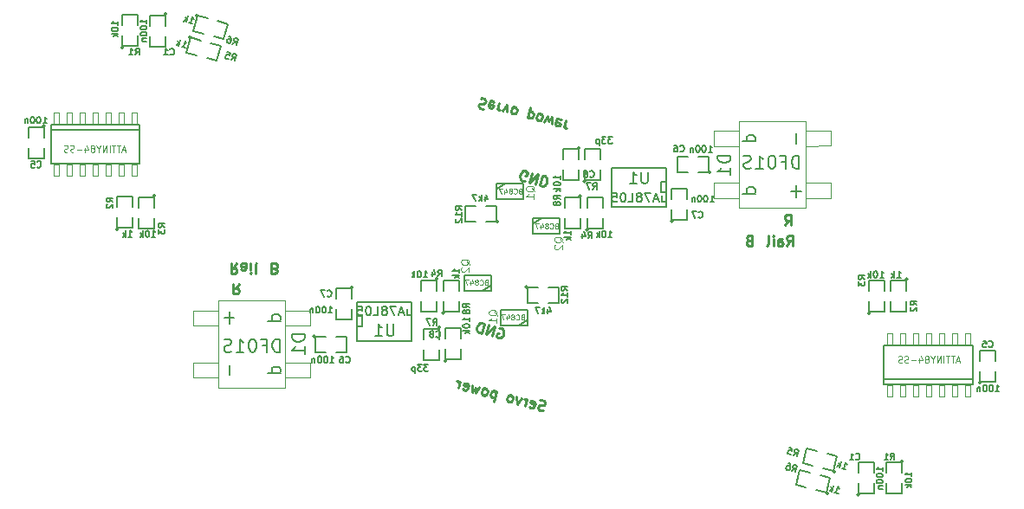
<source format=gbo>
%FSLAX46Y46*%
G04 Gerber Fmt 4.6, Leading zero omitted, Abs format (unit mm)*
G04 Created by KiCad (PCBNEW (2014-jul-16 BZR unknown)-product) date Sat 22 Nov 2014 08:56:03 PM CET*
%MOMM*%
G01*
G04 APERTURE LIST*
%ADD10C,0.150000*%
%ADD11C,0.250000*%
%ADD12C,0.099060*%
%ADD13C,0.127000*%
%ADD14C,0.066040*%
%ADD15C,0.152400*%
%ADD16C,0.076200*%
%ADD17C,0.088900*%
G04 APERTURE END LIST*
D10*
D11*
X174189429Y-107886429D02*
X174332286Y-107838810D01*
X174379905Y-107791190D01*
X174427524Y-107695952D01*
X174427524Y-107553095D01*
X174379905Y-107457857D01*
X174332286Y-107410238D01*
X174237048Y-107362619D01*
X173856095Y-107362619D01*
X173856095Y-108362619D01*
X174189429Y-108362619D01*
X174284667Y-108315000D01*
X174332286Y-108267381D01*
X174379905Y-108172143D01*
X174379905Y-108076905D01*
X174332286Y-107981667D01*
X174284667Y-107934048D01*
X174189429Y-107886429D01*
X173856095Y-107886429D01*
X170677524Y-109362619D02*
X170344190Y-109838810D01*
X170106095Y-109362619D02*
X170106095Y-110362619D01*
X170487048Y-110362619D01*
X170582286Y-110315000D01*
X170629905Y-110267381D01*
X170677524Y-110172143D01*
X170677524Y-110029286D01*
X170629905Y-109934048D01*
X170582286Y-109886429D01*
X170487048Y-109838810D01*
X170106095Y-109838810D01*
X196093352Y-113699232D02*
X196197670Y-113677885D01*
X196335659Y-113714859D01*
X196461325Y-113797830D01*
X196528668Y-113914472D01*
X196550015Y-114018790D01*
X196546713Y-114215100D01*
X196509738Y-114353091D01*
X196414443Y-114524752D01*
X196343797Y-114604420D01*
X196227155Y-114671763D01*
X196076840Y-114680785D01*
X195984847Y-114656136D01*
X195859183Y-114573165D01*
X195825511Y-114514844D01*
X195911784Y-114192869D01*
X196095770Y-114242168D01*
X195386894Y-114495915D02*
X195645713Y-113529989D01*
X194834936Y-114348018D01*
X195093755Y-113382092D01*
X194374971Y-114224771D02*
X194633791Y-113258845D01*
X194403808Y-113197222D01*
X194253493Y-113206244D01*
X194136851Y-113273587D01*
X194066205Y-113353255D01*
X193970910Y-113524916D01*
X193933936Y-113662906D01*
X193930633Y-113859217D01*
X193951980Y-113963534D01*
X194019324Y-114080177D01*
X194144989Y-114163147D01*
X194374971Y-114224771D01*
X200417914Y-121776007D02*
X200267600Y-121785029D01*
X200037617Y-121723405D01*
X199957949Y-121652759D01*
X199924277Y-121594438D01*
X199902930Y-121490121D01*
X199927580Y-121398128D01*
X199998226Y-121318460D01*
X200056547Y-121284788D01*
X200160864Y-121263440D01*
X200357176Y-121266743D01*
X200461493Y-121245396D01*
X200519815Y-121211724D01*
X200590460Y-121132056D01*
X200615110Y-121040063D01*
X200593763Y-120935745D01*
X200560091Y-120877424D01*
X200480423Y-120806778D01*
X200250440Y-120745155D01*
X200100126Y-120754177D01*
X199084016Y-121418590D02*
X199163684Y-121489236D01*
X199347671Y-121538535D01*
X199451988Y-121517188D01*
X199522634Y-121437519D01*
X199621232Y-121069547D01*
X199599885Y-120965230D01*
X199520217Y-120894584D01*
X199336230Y-120845285D01*
X199231913Y-120866632D01*
X199161267Y-120946300D01*
X199136617Y-121038294D01*
X199571933Y-121253534D01*
X198611727Y-121341339D02*
X198784273Y-120697388D01*
X198734974Y-120881374D02*
X198713627Y-120777056D01*
X198679956Y-120718735D01*
X198600288Y-120648089D01*
X198508294Y-120623440D01*
X198278312Y-120561816D02*
X197875783Y-121144144D01*
X197818346Y-120438569D01*
X197139840Y-120946948D02*
X197244157Y-120925601D01*
X197302478Y-120891929D01*
X197373124Y-120812261D01*
X197447073Y-120536282D01*
X197425726Y-120431964D01*
X197392054Y-120373643D01*
X197312386Y-120302997D01*
X197174396Y-120266023D01*
X197070078Y-120287370D01*
X197011757Y-120321042D01*
X196941111Y-120400710D01*
X196867163Y-120676689D01*
X196888510Y-120781007D01*
X196922181Y-120839328D01*
X197001849Y-120909974D01*
X197139840Y-120946948D01*
X195840498Y-119908606D02*
X195581679Y-120874532D01*
X195828174Y-119954603D02*
X195748506Y-119883957D01*
X195564519Y-119834658D01*
X195460201Y-119856005D01*
X195401880Y-119889676D01*
X195331234Y-119969344D01*
X195257286Y-120245324D01*
X195278633Y-120349642D01*
X195312305Y-120407963D01*
X195391973Y-120478608D01*
X195575959Y-120527908D01*
X195680277Y-120506561D01*
X194656030Y-120281413D02*
X194760348Y-120260066D01*
X194818669Y-120226394D01*
X194889315Y-120146726D01*
X194963263Y-119870747D01*
X194941916Y-119766429D01*
X194908244Y-119708108D01*
X194828576Y-119637462D01*
X194690586Y-119600488D01*
X194586268Y-119621835D01*
X194527947Y-119655507D01*
X194457301Y-119735175D01*
X194383353Y-120011154D01*
X194404700Y-120115472D01*
X194438372Y-120173793D01*
X194518040Y-120244439D01*
X194656030Y-120281413D01*
X194184625Y-119464916D02*
X193828093Y-120059568D01*
X193767354Y-119550304D01*
X193460121Y-119960970D01*
X193448682Y-119267721D01*
X192552516Y-119668480D02*
X192632185Y-119739125D01*
X192816171Y-119788425D01*
X192920489Y-119767078D01*
X192991135Y-119687409D01*
X193089732Y-119319437D01*
X193068385Y-119215119D01*
X192988717Y-119144474D01*
X192804731Y-119095175D01*
X192700413Y-119116522D01*
X192629767Y-119196190D01*
X192605118Y-119288184D01*
X193040433Y-119503424D01*
X192080227Y-119591229D02*
X192252774Y-118947278D01*
X192203475Y-119131264D02*
X192182128Y-119026946D01*
X192148456Y-118968625D01*
X192068788Y-118897979D01*
X191976794Y-118873330D01*
X170475143Y-107362619D02*
X170141809Y-107838810D01*
X169903714Y-107362619D02*
X169903714Y-108362619D01*
X170284667Y-108362619D01*
X170379905Y-108315000D01*
X170427524Y-108267381D01*
X170475143Y-108172143D01*
X170475143Y-108029286D01*
X170427524Y-107934048D01*
X170379905Y-107886429D01*
X170284667Y-107838810D01*
X169903714Y-107838810D01*
X171332286Y-107362619D02*
X171332286Y-107886429D01*
X171284667Y-107981667D01*
X171189429Y-108029286D01*
X170998952Y-108029286D01*
X170903714Y-107981667D01*
X171332286Y-107410238D02*
X171237048Y-107362619D01*
X170998952Y-107362619D01*
X170903714Y-107410238D01*
X170856095Y-107505476D01*
X170856095Y-107600714D01*
X170903714Y-107695952D01*
X170998952Y-107743571D01*
X171237048Y-107743571D01*
X171332286Y-107791190D01*
X171808476Y-107362619D02*
X171808476Y-108029286D01*
X171808476Y-108362619D02*
X171760857Y-108315000D01*
X171808476Y-108267381D01*
X171856095Y-108315000D01*
X171808476Y-108362619D01*
X171808476Y-108267381D01*
X172427523Y-107362619D02*
X172332285Y-107410238D01*
X172284666Y-107505476D01*
X172284666Y-108362619D01*
X220515473Y-105133473D02*
X220372616Y-105181092D01*
X220324997Y-105228712D01*
X220277378Y-105323950D01*
X220277378Y-105466807D01*
X220324997Y-105562045D01*
X220372616Y-105609664D01*
X220467854Y-105657283D01*
X220848807Y-105657283D01*
X220848807Y-104657283D01*
X220515473Y-104657283D01*
X220420235Y-104704902D01*
X220372616Y-104752521D01*
X220324997Y-104847759D01*
X220324997Y-104942997D01*
X220372616Y-105038235D01*
X220420235Y-105085854D01*
X220515473Y-105133473D01*
X220848807Y-105133473D01*
X224027378Y-103657283D02*
X224360712Y-103181092D01*
X224598807Y-103657283D02*
X224598807Y-102657283D01*
X224217854Y-102657283D01*
X224122616Y-102704902D01*
X224074997Y-102752521D01*
X224027378Y-102847759D01*
X224027378Y-102990616D01*
X224074997Y-103085854D01*
X224122616Y-103133473D01*
X224217854Y-103181092D01*
X224598807Y-103181092D01*
X198611550Y-99320670D02*
X198507232Y-99342017D01*
X198369243Y-99305043D01*
X198243577Y-99222072D01*
X198176234Y-99105430D01*
X198154887Y-99001112D01*
X198158189Y-98804802D01*
X198195164Y-98666811D01*
X198290459Y-98495150D01*
X198361105Y-98415482D01*
X198477747Y-98348139D01*
X198628062Y-98339117D01*
X198720055Y-98363766D01*
X198845719Y-98446737D01*
X198879391Y-98505058D01*
X198793118Y-98827033D01*
X198609132Y-98777734D01*
X199318008Y-98523987D02*
X199059189Y-99489913D01*
X199869966Y-98671884D01*
X199611147Y-99637810D01*
X200329931Y-98795131D02*
X200071111Y-99761057D01*
X200301094Y-99822680D01*
X200451409Y-99813658D01*
X200568051Y-99746315D01*
X200638697Y-99666647D01*
X200733992Y-99494986D01*
X200770966Y-99356996D01*
X200774269Y-99160685D01*
X200752922Y-99056368D01*
X200685578Y-98939725D01*
X200559913Y-98856755D01*
X200329931Y-98795131D01*
X194286988Y-91243895D02*
X194437302Y-91234873D01*
X194667285Y-91296497D01*
X194746953Y-91367143D01*
X194780625Y-91425464D01*
X194801972Y-91529781D01*
X194777322Y-91621774D01*
X194706676Y-91701442D01*
X194648355Y-91735114D01*
X194544038Y-91756462D01*
X194347726Y-91753159D01*
X194243409Y-91774506D01*
X194185087Y-91808178D01*
X194114442Y-91887846D01*
X194089792Y-91979839D01*
X194111139Y-92084157D01*
X194144811Y-92142478D01*
X194224479Y-92213124D01*
X194454462Y-92274747D01*
X194604776Y-92265725D01*
X195620886Y-91601312D02*
X195541218Y-91530666D01*
X195357231Y-91481367D01*
X195252914Y-91502714D01*
X195182268Y-91582383D01*
X195083670Y-91950355D01*
X195105017Y-92054672D01*
X195184685Y-92125318D01*
X195368672Y-92174617D01*
X195472989Y-92153270D01*
X195543635Y-92073602D01*
X195568285Y-91981608D01*
X195132969Y-91766368D01*
X196093175Y-91678563D02*
X195920629Y-92322514D01*
X195969928Y-92138528D02*
X195991275Y-92242846D01*
X196024946Y-92301167D01*
X196104614Y-92371813D01*
X196196608Y-92396462D01*
X196426590Y-92458086D02*
X196829119Y-91875758D01*
X196886556Y-92581333D01*
X197565062Y-92072954D02*
X197460745Y-92094301D01*
X197402424Y-92127973D01*
X197331778Y-92207641D01*
X197257829Y-92483620D01*
X197279176Y-92587938D01*
X197312848Y-92646259D01*
X197392516Y-92716905D01*
X197530506Y-92753879D01*
X197634824Y-92732532D01*
X197693145Y-92698860D01*
X197763791Y-92619192D01*
X197837739Y-92343213D01*
X197816392Y-92238895D01*
X197782721Y-92180574D01*
X197703053Y-92109928D01*
X197565062Y-92072954D01*
X198864404Y-93111296D02*
X199123223Y-92145370D01*
X198876728Y-93065299D02*
X198956396Y-93135945D01*
X199140383Y-93185244D01*
X199244701Y-93163897D01*
X199303022Y-93130226D01*
X199373668Y-93050558D01*
X199447616Y-92774578D01*
X199426269Y-92670260D01*
X199392597Y-92611939D01*
X199312929Y-92541294D01*
X199128943Y-92491994D01*
X199024625Y-92513341D01*
X200048872Y-92738489D02*
X199944554Y-92759836D01*
X199886233Y-92793508D01*
X199815587Y-92873176D01*
X199741639Y-93149155D01*
X199762986Y-93253473D01*
X199796658Y-93311794D01*
X199876326Y-93382440D01*
X200014316Y-93419414D01*
X200118634Y-93398067D01*
X200176955Y-93364395D01*
X200247601Y-93284727D01*
X200321549Y-93008748D01*
X200300202Y-92904430D01*
X200266530Y-92846109D01*
X200186862Y-92775463D01*
X200048872Y-92738489D01*
X200520277Y-93554986D02*
X200876809Y-92960334D01*
X200937548Y-93469598D01*
X201244781Y-93058932D01*
X201256220Y-93752181D01*
X202152386Y-93351422D02*
X202072717Y-93280777D01*
X201888731Y-93231477D01*
X201784413Y-93252824D01*
X201713767Y-93332493D01*
X201615170Y-93700465D01*
X201636517Y-93804783D01*
X201716185Y-93875428D01*
X201900171Y-93924727D01*
X202004489Y-93903380D01*
X202075135Y-93823712D01*
X202099784Y-93731718D01*
X201664469Y-93516478D01*
X202624675Y-93428673D02*
X202452128Y-94072624D01*
X202501427Y-93888638D02*
X202522774Y-93992956D01*
X202556446Y-94051277D01*
X202636114Y-94121923D01*
X202728108Y-94146572D01*
X224229759Y-105657283D02*
X224563093Y-105181092D01*
X224801188Y-105657283D02*
X224801188Y-104657283D01*
X224420235Y-104657283D01*
X224324997Y-104704902D01*
X224277378Y-104752521D01*
X224229759Y-104847759D01*
X224229759Y-104990616D01*
X224277378Y-105085854D01*
X224324997Y-105133473D01*
X224420235Y-105181092D01*
X224801188Y-105181092D01*
X223372616Y-105657283D02*
X223372616Y-105133473D01*
X223420235Y-105038235D01*
X223515473Y-104990616D01*
X223705950Y-104990616D01*
X223801188Y-105038235D01*
X223372616Y-105609664D02*
X223467854Y-105657283D01*
X223705950Y-105657283D01*
X223801188Y-105609664D01*
X223848807Y-105514426D01*
X223848807Y-105419188D01*
X223801188Y-105323950D01*
X223705950Y-105276331D01*
X223467854Y-105276331D01*
X223372616Y-105228712D01*
X222896426Y-105657283D02*
X222896426Y-104990616D01*
X222896426Y-104657283D02*
X222944045Y-104704902D01*
X222896426Y-104752521D01*
X222848807Y-104704902D01*
X222896426Y-104657283D01*
X222896426Y-104752521D01*
X222277379Y-105657283D02*
X222372617Y-105609664D01*
X222420236Y-105514426D01*
X222420236Y-104657283D01*
D12*
X175149200Y-113486680D02*
X177597760Y-113486680D01*
X177597760Y-113435880D02*
X177597760Y-111985540D01*
X177597760Y-111985540D02*
X175149200Y-111985540D01*
X175149200Y-118584460D02*
X177597760Y-118584460D01*
X177597760Y-118584460D02*
X177597760Y-117085860D01*
X177597760Y-117085860D02*
X175149200Y-117085860D01*
X168598540Y-117085860D02*
X166198240Y-117134120D01*
X166198240Y-117134120D02*
X166198240Y-118584460D01*
X166198240Y-118584460D02*
X168598540Y-118584460D01*
X168646800Y-113484140D02*
X166198240Y-113484140D01*
X166198240Y-113484140D02*
X166198240Y-111985540D01*
X166198240Y-111985540D02*
X168598540Y-111985540D01*
X175149200Y-111035580D02*
X175149200Y-119534420D01*
X175149200Y-119534420D02*
X168646800Y-119534420D01*
X168646800Y-119534420D02*
X168646800Y-111035580D01*
X168646800Y-111035580D02*
X175149200Y-111035580D01*
D13*
X198036000Y-113437000D02*
X198798000Y-112929000D01*
X196258000Y-113437000D02*
X198861500Y-113437000D01*
X198861500Y-113437000D02*
X198861500Y-111913000D01*
X198861500Y-111913000D02*
X196258000Y-111913000D01*
X196258000Y-111913000D02*
X196258000Y-113437000D01*
X194496000Y-110037000D02*
X195258000Y-109529000D01*
X192718000Y-110037000D02*
X195321500Y-110037000D01*
X195321500Y-110037000D02*
X195321500Y-108513000D01*
X195321500Y-108513000D02*
X192718000Y-108513000D01*
X192718000Y-108513000D02*
X192718000Y-110037000D01*
X182251000Y-111287000D02*
X182251000Y-111160000D01*
X182251000Y-111160000D02*
X187585000Y-111160000D01*
X187585000Y-114970000D02*
X182251000Y-114970000D01*
X182251000Y-114970000D02*
X182251000Y-111287000D01*
X182251000Y-113573000D02*
X182759000Y-113573000D01*
X182759000Y-113573000D02*
X182759000Y-112557000D01*
X182759000Y-112557000D02*
X182251000Y-112557000D01*
X187585000Y-114970000D02*
X187585000Y-111160000D01*
X190783000Y-112216000D02*
G75*
G03X190783000Y-112216000I-127000J0D01*
G74*
G01*
X190656000Y-111073000D02*
X190656000Y-112089000D01*
X190656000Y-112089000D02*
X192180000Y-112089000D01*
X192180000Y-112089000D02*
X192180000Y-111073000D01*
X192180000Y-110057000D02*
X192180000Y-109041000D01*
X192180000Y-109041000D02*
X190656000Y-109041000D01*
X190656000Y-109041000D02*
X190656000Y-110057000D01*
X190397000Y-113644000D02*
G75*
G03X190397000Y-113644000I-127000J0D01*
G74*
G01*
X190270000Y-114787000D02*
X190270000Y-113771000D01*
X190270000Y-113771000D02*
X188746000Y-113771000D01*
X188746000Y-113771000D02*
X188746000Y-114787000D01*
X188746000Y-115803000D02*
X188746000Y-116819000D01*
X188746000Y-116819000D02*
X190270000Y-116819000D01*
X190270000Y-116819000D02*
X190270000Y-115803000D01*
X198894000Y-109703000D02*
G75*
G03X198894000Y-109703000I-127000J0D01*
G74*
G01*
X199910000Y-109703000D02*
X198894000Y-109703000D01*
X198894000Y-109703000D02*
X198894000Y-111227000D01*
X198894000Y-111227000D02*
X199910000Y-111227000D01*
X200926000Y-111227000D02*
X201942000Y-111227000D01*
X201942000Y-111227000D02*
X201942000Y-109703000D01*
X201942000Y-109703000D02*
X200926000Y-109703000D01*
X228312523Y-129878346D02*
G75*
G03X228312523Y-129878346I-127000J0D01*
G74*
G01*
X227081470Y-129582516D02*
X228062851Y-129845476D01*
X228062851Y-129845476D02*
X228457291Y-128373405D01*
X228457291Y-128373405D02*
X227475910Y-128110445D01*
X226494530Y-127847484D02*
X225513149Y-127584524D01*
X225513149Y-127584524D02*
X225118709Y-129056595D01*
X225118709Y-129056595D02*
X226100090Y-129319555D01*
X228992523Y-127748346D02*
G75*
G03X228992523Y-127748346I-127000J0D01*
G74*
G01*
X227761470Y-127452516D02*
X228742851Y-127715476D01*
X228742851Y-127715476D02*
X229137291Y-126243405D01*
X229137291Y-126243405D02*
X228155910Y-125980445D01*
X227174530Y-125717484D02*
X226193149Y-125454524D01*
X226193149Y-125454524D02*
X225798709Y-126926595D01*
X225798709Y-126926595D02*
X226780090Y-127189555D01*
X232393000Y-112256000D02*
G75*
G03X232393000Y-112256000I-127000J0D01*
G74*
G01*
X232266000Y-111113000D02*
X232266000Y-112129000D01*
X232266000Y-112129000D02*
X233790000Y-112129000D01*
X233790000Y-112129000D02*
X233790000Y-111113000D01*
X233790000Y-110097000D02*
X233790000Y-109081000D01*
X233790000Y-109081000D02*
X232266000Y-109081000D01*
X232266000Y-109081000D02*
X232266000Y-110097000D01*
X236057000Y-108974000D02*
G75*
G03X236057000Y-108974000I-127000J0D01*
G74*
G01*
X235930000Y-110117000D02*
X235930000Y-109101000D01*
X235930000Y-109101000D02*
X234406000Y-109101000D01*
X234406000Y-109101000D02*
X234406000Y-110117000D01*
X234406000Y-111133000D02*
X234406000Y-112149000D01*
X234406000Y-112149000D02*
X235930000Y-112149000D01*
X235930000Y-112149000D02*
X235930000Y-111133000D01*
X181857000Y-109734000D02*
G75*
G03X181857000Y-109734000I-127000J0D01*
G74*
G01*
X181730000Y-110877000D02*
X181730000Y-109861000D01*
X181730000Y-109861000D02*
X180206000Y-109861000D01*
X180206000Y-109861000D02*
X180206000Y-110877000D01*
X180206000Y-111893000D02*
X180206000Y-112909000D01*
X180206000Y-112909000D02*
X181730000Y-112909000D01*
X181730000Y-112909000D02*
X181730000Y-111893000D01*
X178144000Y-114523000D02*
G75*
G03X178144000Y-114523000I-127000J0D01*
G74*
G01*
X179160000Y-114523000D02*
X178144000Y-114523000D01*
X178144000Y-114523000D02*
X178144000Y-116047000D01*
X178144000Y-116047000D02*
X179160000Y-116047000D01*
X180176000Y-116047000D02*
X181192000Y-116047000D01*
X181192000Y-116047000D02*
X181192000Y-114523000D01*
X181192000Y-114523000D02*
X180176000Y-114523000D01*
X243213000Y-119086000D02*
G75*
G03X243213000Y-119086000I-127000J0D01*
G74*
G01*
X243086000Y-117943000D02*
X243086000Y-118959000D01*
X243086000Y-118959000D02*
X244610000Y-118959000D01*
X244610000Y-118959000D02*
X244610000Y-117943000D01*
X244610000Y-116927000D02*
X244610000Y-115911000D01*
X244610000Y-115911000D02*
X243086000Y-115911000D01*
X243086000Y-115911000D02*
X243086000Y-116927000D01*
X231333000Y-130036000D02*
G75*
G03X231333000Y-130036000I-127000J0D01*
G74*
G01*
X231206000Y-128893000D02*
X231206000Y-129909000D01*
X231206000Y-129909000D02*
X232730000Y-129909000D01*
X232730000Y-129909000D02*
X232730000Y-128893000D01*
X232730000Y-127877000D02*
X232730000Y-126861000D01*
X232730000Y-126861000D02*
X231206000Y-126861000D01*
X231206000Y-126861000D02*
X231206000Y-127877000D01*
X235577000Y-126754000D02*
G75*
G03X235577000Y-126754000I-127000J0D01*
G74*
G01*
X235450000Y-127897000D02*
X235450000Y-126881000D01*
X235450000Y-126881000D02*
X233926000Y-126881000D01*
X233926000Y-126881000D02*
X233926000Y-127897000D01*
X233926000Y-128913000D02*
X233926000Y-129929000D01*
X233926000Y-129929000D02*
X235450000Y-129929000D01*
X235450000Y-129929000D02*
X235450000Y-128913000D01*
X190107000Y-108914000D02*
G75*
G03X190107000Y-108914000I-127000J0D01*
G74*
G01*
X189980000Y-110057000D02*
X189980000Y-109041000D01*
X189980000Y-109041000D02*
X188456000Y-109041000D01*
X188456000Y-109041000D02*
X188456000Y-110057000D01*
X188456000Y-111073000D02*
X188456000Y-112089000D01*
X188456000Y-112089000D02*
X189980000Y-112089000D01*
X189980000Y-112089000D02*
X189980000Y-111073000D01*
X190983000Y-116916000D02*
G75*
G03X190983000Y-116916000I-127000J0D01*
G74*
G01*
X190856000Y-115773000D02*
X190856000Y-116789000D01*
X190856000Y-116789000D02*
X192380000Y-116789000D01*
X192380000Y-116789000D02*
X192380000Y-115773000D01*
X192380000Y-114757000D02*
X192380000Y-113741000D01*
X192380000Y-113741000D02*
X190856000Y-113741000D01*
X190856000Y-113741000D02*
X190856000Y-114757000D01*
D14*
X242136840Y-120423800D02*
X241646620Y-120423800D01*
X241646620Y-120423800D02*
X241646620Y-119323980D01*
X242136840Y-119323980D02*
X241646620Y-119323980D01*
X242136840Y-120423800D02*
X242136840Y-119323980D01*
X240866840Y-120423800D02*
X240376620Y-120423800D01*
X240376620Y-120423800D02*
X240376620Y-119323980D01*
X240866840Y-119323980D02*
X240376620Y-119323980D01*
X240866840Y-120423800D02*
X240866840Y-119323980D01*
X239596840Y-120423800D02*
X239106620Y-120423800D01*
X239106620Y-120423800D02*
X239106620Y-119323980D01*
X239596840Y-119323980D02*
X239106620Y-119323980D01*
X239596840Y-120423800D02*
X239596840Y-119323980D01*
X238326840Y-120423800D02*
X237836620Y-120423800D01*
X237836620Y-120423800D02*
X237836620Y-119323980D01*
X238326840Y-119323980D02*
X237836620Y-119323980D01*
X238326840Y-120423800D02*
X238326840Y-119323980D01*
X235789380Y-115326020D02*
X235299160Y-115326020D01*
X235299160Y-115326020D02*
X235299160Y-114226200D01*
X235789380Y-114226200D02*
X235299160Y-114226200D01*
X235789380Y-115326020D02*
X235789380Y-114226200D01*
X237059380Y-115326020D02*
X236569160Y-115326020D01*
X236569160Y-115326020D02*
X236569160Y-114226200D01*
X237059380Y-114226200D02*
X236569160Y-114226200D01*
X237059380Y-115326020D02*
X237059380Y-114226200D01*
X238326840Y-115326020D02*
X237836620Y-115326020D01*
X237836620Y-115326020D02*
X237836620Y-114226200D01*
X238326840Y-114226200D02*
X237836620Y-114226200D01*
X238326840Y-115326020D02*
X238326840Y-114226200D01*
X239596840Y-115326020D02*
X239106620Y-115326020D01*
X239106620Y-115326020D02*
X239106620Y-114226200D01*
X239596840Y-114226200D02*
X239106620Y-114226200D01*
X239596840Y-115326020D02*
X239596840Y-114226200D01*
X237059380Y-120423800D02*
X236569160Y-120423800D01*
X236569160Y-120423800D02*
X236569160Y-119323980D01*
X237059380Y-119323980D02*
X236569160Y-119323980D01*
X237059380Y-120423800D02*
X237059380Y-119323980D01*
X235789380Y-120423800D02*
X235299160Y-120423800D01*
X235299160Y-120423800D02*
X235299160Y-119323980D01*
X235789380Y-119323980D02*
X235299160Y-119323980D01*
X235789380Y-120423800D02*
X235789380Y-119323980D01*
X234519380Y-120423800D02*
X234029160Y-120423800D01*
X234029160Y-120423800D02*
X234029160Y-119323980D01*
X234519380Y-119323980D02*
X234029160Y-119323980D01*
X234519380Y-120423800D02*
X234519380Y-119323980D01*
X234519380Y-115326020D02*
X234029160Y-115326020D01*
X234029160Y-115326020D02*
X234029160Y-114226200D01*
X234519380Y-114226200D02*
X234029160Y-114226200D01*
X234519380Y-115326020D02*
X234519380Y-114226200D01*
X240866840Y-115326020D02*
X240376620Y-115326020D01*
X240376620Y-115326020D02*
X240376620Y-114226200D01*
X240866840Y-114226200D02*
X240376620Y-114226200D01*
X240866840Y-115326020D02*
X240866840Y-114226200D01*
X242136840Y-115326020D02*
X241646620Y-115326020D01*
X241646620Y-115326020D02*
X241646620Y-114226200D01*
X242136840Y-114226200D02*
X241646620Y-114226200D01*
X242136840Y-115326020D02*
X242136840Y-114226200D01*
D15*
X233710240Y-119224920D02*
X242385760Y-119224920D01*
X242385760Y-119224920D02*
X242385760Y-118724540D01*
X242385760Y-118724540D02*
X242385760Y-115425080D01*
X242385760Y-115425080D02*
X233710240Y-115425080D01*
X233710240Y-118724540D02*
X242385760Y-118724540D01*
X233710240Y-115425080D02*
X233710240Y-118724540D01*
X233710240Y-118724540D02*
X233710240Y-119224920D01*
D12*
X219555702Y-99533222D02*
X217107142Y-99533222D01*
X217107142Y-99584022D02*
X217107142Y-101034362D01*
X217107142Y-101034362D02*
X219555702Y-101034362D01*
X219555702Y-94435442D02*
X217107142Y-94435442D01*
X217107142Y-94435442D02*
X217107142Y-95934042D01*
X217107142Y-95934042D02*
X219555702Y-95934042D01*
X226106362Y-95934042D02*
X228506662Y-95885782D01*
X228506662Y-95885782D02*
X228506662Y-94435442D01*
X228506662Y-94435442D02*
X226106362Y-94435442D01*
X226058102Y-99535762D02*
X228506662Y-99535762D01*
X228506662Y-99535762D02*
X228506662Y-101034362D01*
X228506662Y-101034362D02*
X226106362Y-101034362D01*
X219555702Y-101984322D02*
X219555702Y-93485482D01*
X219555702Y-93485482D02*
X226058102Y-93485482D01*
X226058102Y-93485482D02*
X226058102Y-101984322D01*
X226058102Y-101984322D02*
X219555702Y-101984322D01*
D13*
X196668902Y-99582902D02*
X195906902Y-100090902D01*
X198446902Y-99582902D02*
X195843402Y-99582902D01*
X195843402Y-99582902D02*
X195843402Y-101106902D01*
X195843402Y-101106902D02*
X198446902Y-101106902D01*
X198446902Y-101106902D02*
X198446902Y-99582902D01*
X200208902Y-102982902D02*
X199446902Y-103490902D01*
X201986902Y-102982902D02*
X199383402Y-102982902D01*
X199383402Y-102982902D02*
X199383402Y-104506902D01*
X199383402Y-104506902D02*
X201986902Y-104506902D01*
X201986902Y-104506902D02*
X201986902Y-102982902D01*
X212453902Y-101732902D02*
X212453902Y-101859902D01*
X212453902Y-101859902D02*
X207119902Y-101859902D01*
X207119902Y-98049902D02*
X212453902Y-98049902D01*
X212453902Y-98049902D02*
X212453902Y-101732902D01*
X212453902Y-99446902D02*
X211945902Y-99446902D01*
X211945902Y-99446902D02*
X211945902Y-100462902D01*
X211945902Y-100462902D02*
X212453902Y-100462902D01*
X207119902Y-98049902D02*
X207119902Y-101859902D01*
X204175902Y-100803902D02*
G75*
G03X204175902Y-100803902I-127000J0D01*
G74*
G01*
X204048902Y-101946902D02*
X204048902Y-100930902D01*
X204048902Y-100930902D02*
X202524902Y-100930902D01*
X202524902Y-100930902D02*
X202524902Y-101946902D01*
X202524902Y-102962902D02*
X202524902Y-103978902D01*
X202524902Y-103978902D02*
X204048902Y-103978902D01*
X204048902Y-103978902D02*
X204048902Y-102962902D01*
X204561902Y-99375902D02*
G75*
G03X204561902Y-99375902I-127000J0D01*
G74*
G01*
X204434902Y-98232902D02*
X204434902Y-99248902D01*
X204434902Y-99248902D02*
X205958902Y-99248902D01*
X205958902Y-99248902D02*
X205958902Y-98232902D01*
X205958902Y-97216902D02*
X205958902Y-96200902D01*
X205958902Y-96200902D02*
X204434902Y-96200902D01*
X204434902Y-96200902D02*
X204434902Y-97216902D01*
X196064902Y-103316902D02*
G75*
G03X196064902Y-103316902I-127000J0D01*
G74*
G01*
X194794902Y-103316902D02*
X195810902Y-103316902D01*
X195810902Y-103316902D02*
X195810902Y-101792902D01*
X195810902Y-101792902D02*
X194794902Y-101792902D01*
X193778902Y-101792902D02*
X192762902Y-101792902D01*
X192762902Y-101792902D02*
X192762902Y-103316902D01*
X192762902Y-103316902D02*
X193778902Y-103316902D01*
X166646379Y-83141556D02*
G75*
G03X166646379Y-83141556I-127000J0D01*
G74*
G01*
X167623432Y-83437386D02*
X166642051Y-83174426D01*
X166642051Y-83174426D02*
X166247611Y-84646497D01*
X166247611Y-84646497D02*
X167228992Y-84909457D01*
X168210372Y-85172418D02*
X169191753Y-85435378D01*
X169191753Y-85435378D02*
X169586193Y-83963307D01*
X169586193Y-83963307D02*
X168604812Y-83700347D01*
X165966379Y-85271556D02*
G75*
G03X165966379Y-85271556I-127000J0D01*
G74*
G01*
X166943432Y-85567386D02*
X165962051Y-85304426D01*
X165962051Y-85304426D02*
X165567611Y-86776497D01*
X165567611Y-86776497D02*
X166548992Y-87039457D01*
X167530372Y-87302418D02*
X168511753Y-87565378D01*
X168511753Y-87565378D02*
X168906193Y-86093307D01*
X168906193Y-86093307D02*
X167924812Y-85830347D01*
X162565902Y-100763902D02*
G75*
G03X162565902Y-100763902I-127000J0D01*
G74*
G01*
X162438902Y-101906902D02*
X162438902Y-100890902D01*
X162438902Y-100890902D02*
X160914902Y-100890902D01*
X160914902Y-100890902D02*
X160914902Y-101906902D01*
X160914902Y-102922902D02*
X160914902Y-103938902D01*
X160914902Y-103938902D02*
X162438902Y-103938902D01*
X162438902Y-103938902D02*
X162438902Y-102922902D01*
X158901902Y-104045902D02*
G75*
G03X158901902Y-104045902I-127000J0D01*
G74*
G01*
X158774902Y-102902902D02*
X158774902Y-103918902D01*
X158774902Y-103918902D02*
X160298902Y-103918902D01*
X160298902Y-103918902D02*
X160298902Y-102902902D01*
X160298902Y-101886902D02*
X160298902Y-100870902D01*
X160298902Y-100870902D02*
X158774902Y-100870902D01*
X158774902Y-100870902D02*
X158774902Y-101886902D01*
X213101902Y-103285902D02*
G75*
G03X213101902Y-103285902I-127000J0D01*
G74*
G01*
X212974902Y-102142902D02*
X212974902Y-103158902D01*
X212974902Y-103158902D02*
X214498902Y-103158902D01*
X214498902Y-103158902D02*
X214498902Y-102142902D01*
X214498902Y-101126902D02*
X214498902Y-100110902D01*
X214498902Y-100110902D02*
X212974902Y-100110902D01*
X212974902Y-100110902D02*
X212974902Y-101126902D01*
X216814902Y-98496902D02*
G75*
G03X216814902Y-98496902I-127000J0D01*
G74*
G01*
X215544902Y-98496902D02*
X216560902Y-98496902D01*
X216560902Y-98496902D02*
X216560902Y-96972902D01*
X216560902Y-96972902D02*
X215544902Y-96972902D01*
X214528902Y-96972902D02*
X213512902Y-96972902D01*
X213512902Y-96972902D02*
X213512902Y-98496902D01*
X213512902Y-98496902D02*
X214528902Y-98496902D01*
X151745902Y-93933902D02*
G75*
G03X151745902Y-93933902I-127000J0D01*
G74*
G01*
X151618902Y-95076902D02*
X151618902Y-94060902D01*
X151618902Y-94060902D02*
X150094902Y-94060902D01*
X150094902Y-94060902D02*
X150094902Y-95076902D01*
X150094902Y-96092902D02*
X150094902Y-97108902D01*
X150094902Y-97108902D02*
X151618902Y-97108902D01*
X151618902Y-97108902D02*
X151618902Y-96092902D01*
X163625902Y-82983902D02*
G75*
G03X163625902Y-82983902I-127000J0D01*
G74*
G01*
X163498902Y-84126902D02*
X163498902Y-83110902D01*
X163498902Y-83110902D02*
X161974902Y-83110902D01*
X161974902Y-83110902D02*
X161974902Y-84126902D01*
X161974902Y-85142902D02*
X161974902Y-86158902D01*
X161974902Y-86158902D02*
X163498902Y-86158902D01*
X163498902Y-86158902D02*
X163498902Y-85142902D01*
X159381902Y-86265902D02*
G75*
G03X159381902Y-86265902I-127000J0D01*
G74*
G01*
X159254902Y-85122902D02*
X159254902Y-86138902D01*
X159254902Y-86138902D02*
X160778902Y-86138902D01*
X160778902Y-86138902D02*
X160778902Y-85122902D01*
X160778902Y-84106902D02*
X160778902Y-83090902D01*
X160778902Y-83090902D02*
X159254902Y-83090902D01*
X159254902Y-83090902D02*
X159254902Y-84106902D01*
X204851902Y-104105902D02*
G75*
G03X204851902Y-104105902I-127000J0D01*
G74*
G01*
X204724902Y-102962902D02*
X204724902Y-103978902D01*
X204724902Y-103978902D02*
X206248902Y-103978902D01*
X206248902Y-103978902D02*
X206248902Y-102962902D01*
X206248902Y-101946902D02*
X206248902Y-100930902D01*
X206248902Y-100930902D02*
X204724902Y-100930902D01*
X204724902Y-100930902D02*
X204724902Y-101946902D01*
X203975902Y-96103902D02*
G75*
G03X203975902Y-96103902I-127000J0D01*
G74*
G01*
X203848902Y-97246902D02*
X203848902Y-96230902D01*
X203848902Y-96230902D02*
X202324902Y-96230902D01*
X202324902Y-96230902D02*
X202324902Y-97246902D01*
X202324902Y-98262902D02*
X202324902Y-99278902D01*
X202324902Y-99278902D02*
X203848902Y-99278902D01*
X203848902Y-99278902D02*
X203848902Y-98262902D01*
D14*
X152568062Y-92596102D02*
X153058282Y-92596102D01*
X153058282Y-92596102D02*
X153058282Y-93695922D01*
X152568062Y-93695922D02*
X153058282Y-93695922D01*
X152568062Y-92596102D02*
X152568062Y-93695922D01*
X153838062Y-92596102D02*
X154328282Y-92596102D01*
X154328282Y-92596102D02*
X154328282Y-93695922D01*
X153838062Y-93695922D02*
X154328282Y-93695922D01*
X153838062Y-92596102D02*
X153838062Y-93695922D01*
X155108062Y-92596102D02*
X155598282Y-92596102D01*
X155598282Y-92596102D02*
X155598282Y-93695922D01*
X155108062Y-93695922D02*
X155598282Y-93695922D01*
X155108062Y-92596102D02*
X155108062Y-93695922D01*
X156378062Y-92596102D02*
X156868282Y-92596102D01*
X156868282Y-92596102D02*
X156868282Y-93695922D01*
X156378062Y-93695922D02*
X156868282Y-93695922D01*
X156378062Y-92596102D02*
X156378062Y-93695922D01*
X158915522Y-97693882D02*
X159405742Y-97693882D01*
X159405742Y-97693882D02*
X159405742Y-98793702D01*
X158915522Y-98793702D02*
X159405742Y-98793702D01*
X158915522Y-97693882D02*
X158915522Y-98793702D01*
X157645522Y-97693882D02*
X158135742Y-97693882D01*
X158135742Y-97693882D02*
X158135742Y-98793702D01*
X157645522Y-98793702D02*
X158135742Y-98793702D01*
X157645522Y-97693882D02*
X157645522Y-98793702D01*
X156378062Y-97693882D02*
X156868282Y-97693882D01*
X156868282Y-97693882D02*
X156868282Y-98793702D01*
X156378062Y-98793702D02*
X156868282Y-98793702D01*
X156378062Y-97693882D02*
X156378062Y-98793702D01*
X155108062Y-97693882D02*
X155598282Y-97693882D01*
X155598282Y-97693882D02*
X155598282Y-98793702D01*
X155108062Y-98793702D02*
X155598282Y-98793702D01*
X155108062Y-97693882D02*
X155108062Y-98793702D01*
X157645522Y-92596102D02*
X158135742Y-92596102D01*
X158135742Y-92596102D02*
X158135742Y-93695922D01*
X157645522Y-93695922D02*
X158135742Y-93695922D01*
X157645522Y-92596102D02*
X157645522Y-93695922D01*
X158915522Y-92596102D02*
X159405742Y-92596102D01*
X159405742Y-92596102D02*
X159405742Y-93695922D01*
X158915522Y-93695922D02*
X159405742Y-93695922D01*
X158915522Y-92596102D02*
X158915522Y-93695922D01*
X160185522Y-92596102D02*
X160675742Y-92596102D01*
X160675742Y-92596102D02*
X160675742Y-93695922D01*
X160185522Y-93695922D02*
X160675742Y-93695922D01*
X160185522Y-92596102D02*
X160185522Y-93695922D01*
X160185522Y-97693882D02*
X160675742Y-97693882D01*
X160675742Y-97693882D02*
X160675742Y-98793702D01*
X160185522Y-98793702D02*
X160675742Y-98793702D01*
X160185522Y-97693882D02*
X160185522Y-98793702D01*
X153838062Y-97693882D02*
X154328282Y-97693882D01*
X154328282Y-97693882D02*
X154328282Y-98793702D01*
X153838062Y-98793702D02*
X154328282Y-98793702D01*
X153838062Y-97693882D02*
X153838062Y-98793702D01*
X152568062Y-97693882D02*
X153058282Y-97693882D01*
X153058282Y-97693882D02*
X153058282Y-98793702D01*
X152568062Y-98793702D02*
X153058282Y-98793702D01*
X152568062Y-97693882D02*
X152568062Y-98793702D01*
D15*
X160994662Y-93794982D02*
X152319142Y-93794982D01*
X152319142Y-93794982D02*
X152319142Y-94295362D01*
X152319142Y-94295362D02*
X152319142Y-97594822D01*
X152319142Y-97594822D02*
X160994662Y-97594822D01*
X160994662Y-94295362D02*
X152319142Y-94295362D01*
X160994662Y-97594822D02*
X160994662Y-94295362D01*
X160994662Y-94295362D02*
X160994662Y-93794982D01*
X177112524Y-114317619D02*
X175842524Y-114317619D01*
X175842524Y-114620000D01*
X175903000Y-114801428D01*
X176023952Y-114922381D01*
X176144905Y-114982857D01*
X176386810Y-115043333D01*
X176568238Y-115043333D01*
X176810143Y-114982857D01*
X176931095Y-114922381D01*
X177052048Y-114801428D01*
X177112524Y-114620000D01*
X177112524Y-114317619D01*
X177112524Y-116252857D02*
X177112524Y-115527143D01*
X177112524Y-115890000D02*
X175842524Y-115890000D01*
X176023952Y-115769048D01*
X176144905Y-115648095D01*
X176205381Y-115527143D01*
X174659190Y-116049524D02*
X174659190Y-114779524D01*
X174356809Y-114779524D01*
X174175381Y-114840000D01*
X174054428Y-114960952D01*
X173993952Y-115081905D01*
X173933476Y-115323810D01*
X173933476Y-115505238D01*
X173993952Y-115747143D01*
X174054428Y-115868095D01*
X174175381Y-115989048D01*
X174356809Y-116049524D01*
X174659190Y-116049524D01*
X172965857Y-115384286D02*
X173389190Y-115384286D01*
X173389190Y-116049524D02*
X173389190Y-114779524D01*
X172784428Y-114779524D01*
X172058714Y-114779524D02*
X171937762Y-114779524D01*
X171816810Y-114840000D01*
X171756333Y-114900476D01*
X171695857Y-115021429D01*
X171635381Y-115263333D01*
X171635381Y-115565714D01*
X171695857Y-115807619D01*
X171756333Y-115928571D01*
X171816810Y-115989048D01*
X171937762Y-116049524D01*
X172058714Y-116049524D01*
X172179667Y-115989048D01*
X172240143Y-115928571D01*
X172300619Y-115807619D01*
X172361095Y-115565714D01*
X172361095Y-115263333D01*
X172300619Y-115021429D01*
X172240143Y-114900476D01*
X172179667Y-114840000D01*
X172058714Y-114779524D01*
X170425857Y-116049524D02*
X171151571Y-116049524D01*
X170788714Y-116049524D02*
X170788714Y-114779524D01*
X170909666Y-114960952D01*
X171030619Y-115081905D01*
X171151571Y-115142381D01*
X169942047Y-115989048D02*
X169760619Y-116049524D01*
X169458238Y-116049524D01*
X169337285Y-115989048D01*
X169276809Y-115928571D01*
X169216333Y-115807619D01*
X169216333Y-115686667D01*
X169276809Y-115565714D01*
X169337285Y-115505238D01*
X169458238Y-115444762D01*
X169700142Y-115384286D01*
X169821095Y-115323810D01*
X169881571Y-115263333D01*
X169942047Y-115142381D01*
X169942047Y-115021429D01*
X169881571Y-114900476D01*
X169821095Y-114840000D01*
X169700142Y-114779524D01*
X169397762Y-114779524D01*
X169216333Y-114840000D01*
X174722964Y-118107303D02*
X173452964Y-118107303D01*
X174662488Y-118107303D02*
X174722964Y-117986350D01*
X174722964Y-117744446D01*
X174662488Y-117623493D01*
X174602011Y-117563017D01*
X174481059Y-117502541D01*
X174118202Y-117502541D01*
X173997250Y-117563017D01*
X173936773Y-117623493D01*
X173876297Y-117744446D01*
X173876297Y-117986350D01*
X173936773Y-118107303D01*
X174722964Y-113006983D02*
X173452964Y-113006983D01*
X174662488Y-113006983D02*
X174722964Y-112886030D01*
X174722964Y-112644126D01*
X174662488Y-112523173D01*
X174602011Y-112462697D01*
X174481059Y-112402221D01*
X174118202Y-112402221D01*
X173997250Y-112462697D01*
X173936773Y-112523173D01*
X173876297Y-112644126D01*
X173876297Y-112886030D01*
X173936773Y-113006983D01*
X169738714Y-112104429D02*
X169738714Y-113265572D01*
X170222524Y-112685001D02*
X169254905Y-112685001D01*
X169738714Y-117351191D02*
X169738714Y-118318810D01*
D16*
X195946306Y-112503369D02*
X195910020Y-112430797D01*
X195837449Y-112358226D01*
X195728591Y-112249369D01*
X195692306Y-112176797D01*
X195692306Y-112104226D01*
X195873734Y-112140511D02*
X195837449Y-112067940D01*
X195764877Y-111995369D01*
X195619734Y-111959083D01*
X195365734Y-111959083D01*
X195220591Y-111995369D01*
X195148020Y-112067940D01*
X195111734Y-112140511D01*
X195111734Y-112285654D01*
X195148020Y-112358226D01*
X195220591Y-112430797D01*
X195365734Y-112467083D01*
X195619734Y-112467083D01*
X195764877Y-112430797D01*
X195837449Y-112358226D01*
X195873734Y-112285654D01*
X195873734Y-112140511D01*
X195873734Y-113192797D02*
X195873734Y-112757369D01*
X195873734Y-112975083D02*
X195111734Y-112975083D01*
X195220591Y-112902512D01*
X195293163Y-112829940D01*
X195329449Y-112757369D01*
X198393777Y-112639259D02*
X198322294Y-112663086D01*
X198298466Y-112686914D01*
X198274638Y-112734569D01*
X198274638Y-112806052D01*
X198298466Y-112853707D01*
X198322294Y-112877535D01*
X198369949Y-112901362D01*
X198560570Y-112901362D01*
X198560570Y-112400982D01*
X198393777Y-112400982D01*
X198346121Y-112424810D01*
X198322294Y-112448638D01*
X198298466Y-112496293D01*
X198298466Y-112543948D01*
X198322294Y-112591603D01*
X198346121Y-112615431D01*
X198393777Y-112639259D01*
X198560570Y-112639259D01*
X197774258Y-112853707D02*
X197798086Y-112877535D01*
X197869569Y-112901362D01*
X197917224Y-112901362D01*
X197988707Y-112877535D01*
X198036362Y-112829880D01*
X198060190Y-112782224D01*
X198084018Y-112686914D01*
X198084018Y-112615431D01*
X198060190Y-112520120D01*
X198036362Y-112472465D01*
X197988707Y-112424810D01*
X197917224Y-112400982D01*
X197869569Y-112400982D01*
X197798086Y-112424810D01*
X197774258Y-112448638D01*
X197488327Y-112615431D02*
X197535982Y-112591603D01*
X197559810Y-112567776D01*
X197583638Y-112520120D01*
X197583638Y-112496293D01*
X197559810Y-112448638D01*
X197535982Y-112424810D01*
X197488327Y-112400982D01*
X197393017Y-112400982D01*
X197345361Y-112424810D01*
X197321534Y-112448638D01*
X197297706Y-112496293D01*
X197297706Y-112520120D01*
X197321534Y-112567776D01*
X197345361Y-112591603D01*
X197393017Y-112615431D01*
X197488327Y-112615431D01*
X197535982Y-112639259D01*
X197559810Y-112663086D01*
X197583638Y-112710741D01*
X197583638Y-112806052D01*
X197559810Y-112853707D01*
X197535982Y-112877535D01*
X197488327Y-112901362D01*
X197393017Y-112901362D01*
X197345361Y-112877535D01*
X197321534Y-112853707D01*
X197297706Y-112806052D01*
X197297706Y-112710741D01*
X197321534Y-112663086D01*
X197345361Y-112639259D01*
X197393017Y-112615431D01*
X196868809Y-112567776D02*
X196868809Y-112901362D01*
X196987947Y-112377155D02*
X197107086Y-112734569D01*
X196797326Y-112734569D01*
X196654361Y-112400982D02*
X196320774Y-112400982D01*
X196535223Y-112901362D01*
X193216286Y-107542429D02*
X193180000Y-107469857D01*
X193107429Y-107397286D01*
X192998571Y-107288429D01*
X192962286Y-107215857D01*
X192962286Y-107143286D01*
X193143714Y-107179571D02*
X193107429Y-107107000D01*
X193034857Y-107034429D01*
X192889714Y-106998143D01*
X192635714Y-106998143D01*
X192490571Y-107034429D01*
X192418000Y-107107000D01*
X192381714Y-107179571D01*
X192381714Y-107324714D01*
X192418000Y-107397286D01*
X192490571Y-107469857D01*
X192635714Y-107506143D01*
X192889714Y-107506143D01*
X193034857Y-107469857D01*
X193107429Y-107397286D01*
X193143714Y-107324714D01*
X193143714Y-107179571D01*
X192454286Y-107796429D02*
X192418000Y-107832715D01*
X192381714Y-107905286D01*
X192381714Y-108086715D01*
X192418000Y-108159286D01*
X192454286Y-108195572D01*
X192526857Y-108231857D01*
X192599429Y-108231857D01*
X192708286Y-108195572D01*
X193143714Y-107760143D01*
X193143714Y-108231857D01*
X194853777Y-109239259D02*
X194782294Y-109263086D01*
X194758466Y-109286914D01*
X194734638Y-109334569D01*
X194734638Y-109406052D01*
X194758466Y-109453707D01*
X194782294Y-109477535D01*
X194829949Y-109501362D01*
X195020570Y-109501362D01*
X195020570Y-109000982D01*
X194853777Y-109000982D01*
X194806121Y-109024810D01*
X194782294Y-109048638D01*
X194758466Y-109096293D01*
X194758466Y-109143948D01*
X194782294Y-109191603D01*
X194806121Y-109215431D01*
X194853777Y-109239259D01*
X195020570Y-109239259D01*
X194234258Y-109453707D02*
X194258086Y-109477535D01*
X194329569Y-109501362D01*
X194377224Y-109501362D01*
X194448707Y-109477535D01*
X194496362Y-109429880D01*
X194520190Y-109382224D01*
X194544018Y-109286914D01*
X194544018Y-109215431D01*
X194520190Y-109120120D01*
X194496362Y-109072465D01*
X194448707Y-109024810D01*
X194377224Y-109000982D01*
X194329569Y-109000982D01*
X194258086Y-109024810D01*
X194234258Y-109048638D01*
X193948327Y-109215431D02*
X193995982Y-109191603D01*
X194019810Y-109167776D01*
X194043638Y-109120120D01*
X194043638Y-109096293D01*
X194019810Y-109048638D01*
X193995982Y-109024810D01*
X193948327Y-109000982D01*
X193853017Y-109000982D01*
X193805361Y-109024810D01*
X193781534Y-109048638D01*
X193757706Y-109096293D01*
X193757706Y-109120120D01*
X193781534Y-109167776D01*
X193805361Y-109191603D01*
X193853017Y-109215431D01*
X193948327Y-109215431D01*
X193995982Y-109239259D01*
X194019810Y-109263086D01*
X194043638Y-109310741D01*
X194043638Y-109406052D01*
X194019810Y-109453707D01*
X193995982Y-109477535D01*
X193948327Y-109501362D01*
X193853017Y-109501362D01*
X193805361Y-109477535D01*
X193781534Y-109453707D01*
X193757706Y-109406052D01*
X193757706Y-109310741D01*
X193781534Y-109263086D01*
X193805361Y-109239259D01*
X193853017Y-109215431D01*
X193328809Y-109167776D02*
X193328809Y-109501362D01*
X193447947Y-108977155D02*
X193567086Y-109334569D01*
X193257326Y-109334569D01*
X193114361Y-109000982D02*
X192780774Y-109000982D01*
X192995223Y-109501362D01*
D15*
X185788857Y-113328071D02*
X185788857Y-114253357D01*
X185734429Y-114362214D01*
X185680000Y-114416643D01*
X185571143Y-114471071D01*
X185353429Y-114471071D01*
X185244571Y-114416643D01*
X185190143Y-114362214D01*
X185135714Y-114253357D01*
X185135714Y-113328071D01*
X183992714Y-114471071D02*
X184645857Y-114471071D01*
X184319285Y-114471071D02*
X184319285Y-113328071D01*
X184428142Y-113491357D01*
X184537000Y-113600214D01*
X184645857Y-113654643D01*
X187161667Y-111858500D02*
X187161667Y-112451167D01*
X187542667Y-111858500D02*
X187542667Y-112324167D01*
X187500334Y-112408833D01*
X187415667Y-112451167D01*
X187288667Y-112451167D01*
X187204001Y-112408833D01*
X187161667Y-112366500D01*
X186780668Y-112197167D02*
X186357334Y-112197167D01*
X186865334Y-112451167D02*
X186569001Y-111562167D01*
X186272668Y-112451167D01*
X186061001Y-111562167D02*
X185468334Y-111562167D01*
X185849334Y-112451167D01*
X185002667Y-111943167D02*
X185087334Y-111900833D01*
X185129667Y-111858500D01*
X185172001Y-111773833D01*
X185172001Y-111731500D01*
X185129667Y-111646833D01*
X185087334Y-111604500D01*
X185002667Y-111562167D01*
X184833334Y-111562167D01*
X184748667Y-111604500D01*
X184706334Y-111646833D01*
X184664001Y-111731500D01*
X184664001Y-111773833D01*
X184706334Y-111858500D01*
X184748667Y-111900833D01*
X184833334Y-111943167D01*
X185002667Y-111943167D01*
X185087334Y-111985500D01*
X185129667Y-112027833D01*
X185172001Y-112112500D01*
X185172001Y-112281833D01*
X185129667Y-112366500D01*
X185087334Y-112408833D01*
X185002667Y-112451167D01*
X184833334Y-112451167D01*
X184748667Y-112408833D01*
X184706334Y-112366500D01*
X184664001Y-112281833D01*
X184664001Y-112112500D01*
X184706334Y-112027833D01*
X184748667Y-111985500D01*
X184833334Y-111943167D01*
X183859667Y-112451167D02*
X184283000Y-112451167D01*
X184283000Y-111562167D01*
X183394000Y-111562167D02*
X183309333Y-111562167D01*
X183224667Y-111604500D01*
X183182333Y-111646833D01*
X183140000Y-111731500D01*
X183097667Y-111900833D01*
X183097667Y-112112500D01*
X183140000Y-112281833D01*
X183182333Y-112366500D01*
X183224667Y-112408833D01*
X183309333Y-112451167D01*
X183394000Y-112451167D01*
X183478667Y-112408833D01*
X183521000Y-112366500D01*
X183563333Y-112281833D01*
X183605667Y-112112500D01*
X183605667Y-111900833D01*
X183563333Y-111731500D01*
X183521000Y-111646833D01*
X183478667Y-111604500D01*
X183394000Y-111562167D01*
X182293333Y-111562167D02*
X182716666Y-111562167D01*
X182759000Y-111985500D01*
X182716666Y-111943167D01*
X182632000Y-111900833D01*
X182420333Y-111900833D01*
X182335666Y-111943167D01*
X182293333Y-111985500D01*
X182251000Y-112070167D01*
X182251000Y-112281833D01*
X182293333Y-112366500D01*
X182335666Y-112408833D01*
X182420333Y-112451167D01*
X182632000Y-112451167D01*
X182716666Y-112408833D01*
X182759000Y-112366500D01*
D13*
X193213262Y-111700167D02*
X192910881Y-111488500D01*
X193213262Y-111337309D02*
X192578262Y-111337309D01*
X192578262Y-111579214D01*
X192608500Y-111639690D01*
X192638738Y-111669929D01*
X192699214Y-111700167D01*
X192789929Y-111700167D01*
X192850405Y-111669929D01*
X192880643Y-111639690D01*
X192910881Y-111579214D01*
X192910881Y-111337309D01*
X192850405Y-112063024D02*
X192820167Y-112002548D01*
X192789929Y-111972309D01*
X192729452Y-111942071D01*
X192699214Y-111942071D01*
X192638738Y-111972309D01*
X192608500Y-112002548D01*
X192578262Y-112063024D01*
X192578262Y-112183976D01*
X192608500Y-112244452D01*
X192638738Y-112274690D01*
X192699214Y-112304929D01*
X192729452Y-112304929D01*
X192789929Y-112274690D01*
X192820167Y-112244452D01*
X192850405Y-112183976D01*
X192850405Y-112063024D01*
X192880643Y-112002548D01*
X192910881Y-111972309D01*
X192971357Y-111942071D01*
X193092310Y-111942071D01*
X193152786Y-111972309D01*
X193183024Y-112002548D01*
X193213262Y-112063024D01*
X193213262Y-112183976D01*
X193183024Y-112244452D01*
X193152786Y-112274690D01*
X193092310Y-112304929D01*
X192971357Y-112304929D01*
X192910881Y-112274690D01*
X192880643Y-112244452D01*
X192850405Y-112183976D01*
X192197262Y-108301405D02*
X192197262Y-107938547D01*
X192197262Y-108119976D02*
X191562262Y-108119976D01*
X191652976Y-108059500D01*
X191713452Y-107999024D01*
X191743690Y-107938547D01*
X192197262Y-108573547D02*
X191562262Y-108573547D01*
X191955357Y-108634024D02*
X192197262Y-108815452D01*
X191773929Y-108815452D02*
X192015833Y-108573547D01*
X189643833Y-113452262D02*
X189855500Y-113149881D01*
X190006691Y-113452262D02*
X190006691Y-112817262D01*
X189764786Y-112817262D01*
X189704310Y-112847500D01*
X189674071Y-112877738D01*
X189643833Y-112938214D01*
X189643833Y-113028929D01*
X189674071Y-113089405D01*
X189704310Y-113119643D01*
X189764786Y-113149881D01*
X190006691Y-113149881D01*
X189432167Y-112817262D02*
X189008833Y-112817262D01*
X189280976Y-113452262D01*
X193213262Y-113079024D02*
X193213262Y-112716166D01*
X193213262Y-112897595D02*
X192578262Y-112897595D01*
X192668976Y-112837119D01*
X192729452Y-112776643D01*
X192759690Y-112716166D01*
X192578262Y-113472119D02*
X192578262Y-113532595D01*
X192608500Y-113593071D01*
X192638738Y-113623309D01*
X192699214Y-113653547D01*
X192820167Y-113683786D01*
X192971357Y-113683786D01*
X193092310Y-113653547D01*
X193152786Y-113623309D01*
X193183024Y-113593071D01*
X193213262Y-113532595D01*
X193213262Y-113472119D01*
X193183024Y-113411643D01*
X193152786Y-113381405D01*
X193092310Y-113351166D01*
X192971357Y-113320928D01*
X192820167Y-113320928D01*
X192699214Y-113351166D01*
X192638738Y-113381405D01*
X192608500Y-113411643D01*
X192578262Y-113472119D01*
X193213262Y-113955928D02*
X192578262Y-113955928D01*
X192971357Y-114016405D02*
X193213262Y-114197833D01*
X192789929Y-114197833D02*
X193031833Y-113955928D01*
X202815262Y-110036786D02*
X202512881Y-109825119D01*
X202815262Y-109673928D02*
X202180262Y-109673928D01*
X202180262Y-109915833D01*
X202210500Y-109976309D01*
X202240738Y-110006548D01*
X202301214Y-110036786D01*
X202391929Y-110036786D01*
X202452405Y-110006548D01*
X202482643Y-109976309D01*
X202512881Y-109915833D01*
X202512881Y-109673928D01*
X202815262Y-110641548D02*
X202815262Y-110278690D01*
X202815262Y-110460119D02*
X202180262Y-110460119D01*
X202270976Y-110399643D01*
X202331452Y-110339167D01*
X202361690Y-110278690D01*
X202240738Y-110883452D02*
X202210500Y-110913690D01*
X202180262Y-110974167D01*
X202180262Y-111125357D01*
X202210500Y-111185833D01*
X202240738Y-111216071D01*
X202301214Y-111246310D01*
X202361690Y-111246310D01*
X202452405Y-111216071D01*
X202815262Y-110853214D01*
X202815262Y-111246310D01*
X200866453Y-111868929D02*
X200866453Y-112292262D01*
X201017643Y-111627024D02*
X201168834Y-112080595D01*
X200775738Y-112080595D01*
X200533834Y-112292262D02*
X200533834Y-111657262D01*
X200473357Y-112050357D02*
X200291929Y-112292262D01*
X200291929Y-111868929D02*
X200533834Y-112110833D01*
X200080262Y-111657262D02*
X199656928Y-111657262D01*
X199929071Y-112292262D01*
X224705878Y-127689865D02*
X224988595Y-127452571D01*
X225056372Y-127783780D02*
X225220722Y-127170417D01*
X224987060Y-127107807D01*
X224920818Y-127121363D01*
X224883783Y-127142744D01*
X224838923Y-127193333D01*
X224815445Y-127280957D01*
X224829000Y-127347199D01*
X224850382Y-127384233D01*
X224900972Y-127429093D01*
X225134634Y-127491702D01*
X224344489Y-126935631D02*
X224461320Y-126966936D01*
X224511909Y-127011796D01*
X224533290Y-127048830D01*
X224568228Y-127152105D01*
X224566131Y-127276763D01*
X224503521Y-127510425D01*
X224458661Y-127561015D01*
X224421627Y-127582396D01*
X224355385Y-127595951D01*
X224238554Y-127564646D01*
X224187965Y-127519786D01*
X224166584Y-127482753D01*
X224153027Y-127416511D01*
X224192159Y-127270472D01*
X224237019Y-127219883D01*
X224274053Y-127198501D01*
X224340295Y-127184946D01*
X224457125Y-127216250D01*
X224507715Y-127261110D01*
X224529097Y-127298145D01*
X224542652Y-127364386D01*
X228896670Y-129772039D02*
X229247164Y-129865954D01*
X229071917Y-129818996D02*
X229236267Y-129205634D01*
X229271204Y-129308909D01*
X229313967Y-129382977D01*
X229364557Y-129427837D01*
X228633801Y-129701604D02*
X228798151Y-129088241D01*
X228637995Y-129452289D02*
X228400139Y-129638994D01*
X228509706Y-129230086D02*
X228680759Y-129526357D01*
X224844758Y-126158794D02*
X225127475Y-125921500D01*
X225195252Y-126252709D02*
X225359602Y-125639346D01*
X225125940Y-125576736D01*
X225059698Y-125590292D01*
X225022663Y-125611673D01*
X224977803Y-125662262D01*
X224954325Y-125749886D01*
X224967880Y-125816128D01*
X224989262Y-125853162D01*
X225039852Y-125898022D01*
X225273514Y-125960631D01*
X224454161Y-125396734D02*
X224746239Y-125474996D01*
X224697185Y-125774900D01*
X224675803Y-125737866D01*
X224625213Y-125693006D01*
X224479175Y-125653875D01*
X224412933Y-125667430D01*
X224375899Y-125688812D01*
X224331039Y-125739401D01*
X224291907Y-125885440D01*
X224305464Y-125951682D01*
X224326845Y-125988715D01*
X224377434Y-126033575D01*
X224523473Y-126072706D01*
X224589715Y-126059151D01*
X224626749Y-126037770D01*
X229636670Y-127432039D02*
X229987164Y-127525954D01*
X229811917Y-127478996D02*
X229976267Y-126865634D01*
X230011204Y-126968909D01*
X230053967Y-127042977D01*
X230104557Y-127087837D01*
X229373801Y-127361604D02*
X229538151Y-126748241D01*
X229377995Y-127112289D02*
X229140139Y-127298994D01*
X229249706Y-126890086D02*
X229420759Y-127186357D01*
X231845262Y-108949167D02*
X231542881Y-108737500D01*
X231845262Y-108586309D02*
X231210262Y-108586309D01*
X231210262Y-108828214D01*
X231240500Y-108888690D01*
X231270738Y-108918929D01*
X231331214Y-108949167D01*
X231421929Y-108949167D01*
X231482405Y-108918929D01*
X231512643Y-108888690D01*
X231542881Y-108828214D01*
X231542881Y-108586309D01*
X231210262Y-109160833D02*
X231210262Y-109553929D01*
X231452167Y-109342262D01*
X231452167Y-109432976D01*
X231482405Y-109493452D01*
X231512643Y-109523690D01*
X231573119Y-109553929D01*
X231724310Y-109553929D01*
X231784786Y-109523690D01*
X231815024Y-109493452D01*
X231845262Y-109432976D01*
X231845262Y-109251548D01*
X231815024Y-109191071D01*
X231784786Y-109160833D01*
X233308976Y-108791262D02*
X233671834Y-108791262D01*
X233490405Y-108791262D02*
X233490405Y-108156262D01*
X233550881Y-108246976D01*
X233611357Y-108307452D01*
X233671834Y-108337690D01*
X232915881Y-108156262D02*
X232855405Y-108156262D01*
X232794929Y-108186500D01*
X232764691Y-108216738D01*
X232734453Y-108277214D01*
X232704214Y-108398167D01*
X232704214Y-108549357D01*
X232734453Y-108670310D01*
X232764691Y-108730786D01*
X232794929Y-108761024D01*
X232855405Y-108791262D01*
X232915881Y-108791262D01*
X232976357Y-108761024D01*
X233006595Y-108730786D01*
X233036834Y-108670310D01*
X233067072Y-108549357D01*
X233067072Y-108398167D01*
X233036834Y-108277214D01*
X233006595Y-108216738D01*
X232976357Y-108186500D01*
X232915881Y-108156262D01*
X232432072Y-108791262D02*
X232432072Y-108156262D01*
X232371595Y-108549357D02*
X232190167Y-108791262D01*
X232190167Y-108367929D02*
X232432072Y-108609833D01*
X236915262Y-111439167D02*
X236612881Y-111227500D01*
X236915262Y-111076309D02*
X236280262Y-111076309D01*
X236280262Y-111318214D01*
X236310500Y-111378690D01*
X236340738Y-111408929D01*
X236401214Y-111439167D01*
X236491929Y-111439167D01*
X236552405Y-111408929D01*
X236582643Y-111378690D01*
X236612881Y-111318214D01*
X236612881Y-111076309D01*
X236340738Y-111681071D02*
X236310500Y-111711309D01*
X236280262Y-111771786D01*
X236280262Y-111922976D01*
X236310500Y-111983452D01*
X236340738Y-112013690D01*
X236401214Y-112043929D01*
X236461690Y-112043929D01*
X236552405Y-112013690D01*
X236915262Y-111650833D01*
X236915262Y-112043929D01*
X234993595Y-108782262D02*
X235356453Y-108782262D01*
X235175024Y-108782262D02*
X235175024Y-108147262D01*
X235235500Y-108237976D01*
X235295976Y-108298452D01*
X235356453Y-108328690D01*
X234721453Y-108782262D02*
X234721453Y-108147262D01*
X234660976Y-108540357D02*
X234479548Y-108782262D01*
X234479548Y-108358929D02*
X234721453Y-108600833D01*
X179323833Y-110581786D02*
X179354071Y-110612024D01*
X179444786Y-110642262D01*
X179505262Y-110642262D01*
X179595976Y-110612024D01*
X179656452Y-110551548D01*
X179686691Y-110491071D01*
X179716929Y-110370119D01*
X179716929Y-110279405D01*
X179686691Y-110158452D01*
X179656452Y-110097976D01*
X179595976Y-110037500D01*
X179505262Y-110007262D01*
X179444786Y-110007262D01*
X179354071Y-110037500D01*
X179323833Y-110067738D01*
X179112167Y-110007262D02*
X178688833Y-110007262D01*
X178960976Y-110642262D01*
X179412595Y-112220262D02*
X179775453Y-112220262D01*
X179594024Y-112220262D02*
X179594024Y-111585262D01*
X179654500Y-111675976D01*
X179714976Y-111736452D01*
X179775453Y-111766690D01*
X179019500Y-111585262D02*
X178959024Y-111585262D01*
X178898548Y-111615500D01*
X178868310Y-111645738D01*
X178838072Y-111706214D01*
X178807833Y-111827167D01*
X178807833Y-111978357D01*
X178838072Y-112099310D01*
X178868310Y-112159786D01*
X178898548Y-112190024D01*
X178959024Y-112220262D01*
X179019500Y-112220262D01*
X179079976Y-112190024D01*
X179110214Y-112159786D01*
X179140453Y-112099310D01*
X179170691Y-111978357D01*
X179170691Y-111827167D01*
X179140453Y-111706214D01*
X179110214Y-111645738D01*
X179079976Y-111615500D01*
X179019500Y-111585262D01*
X178414738Y-111585262D02*
X178354262Y-111585262D01*
X178293786Y-111615500D01*
X178263548Y-111645738D01*
X178233310Y-111706214D01*
X178203071Y-111827167D01*
X178203071Y-111978357D01*
X178233310Y-112099310D01*
X178263548Y-112159786D01*
X178293786Y-112190024D01*
X178354262Y-112220262D01*
X178414738Y-112220262D01*
X178475214Y-112190024D01*
X178505452Y-112159786D01*
X178535691Y-112099310D01*
X178565929Y-111978357D01*
X178565929Y-111827167D01*
X178535691Y-111706214D01*
X178505452Y-111645738D01*
X178475214Y-111615500D01*
X178414738Y-111585262D01*
X177930929Y-111796929D02*
X177930929Y-112220262D01*
X177930929Y-111857405D02*
X177900690Y-111827167D01*
X177840214Y-111796929D01*
X177749500Y-111796929D01*
X177689024Y-111827167D01*
X177658786Y-111887643D01*
X177658786Y-112220262D01*
X181133833Y-117051786D02*
X181164071Y-117082024D01*
X181254786Y-117112262D01*
X181315262Y-117112262D01*
X181405976Y-117082024D01*
X181466452Y-117021548D01*
X181496691Y-116961071D01*
X181526929Y-116840119D01*
X181526929Y-116749405D01*
X181496691Y-116628452D01*
X181466452Y-116567976D01*
X181405976Y-116507500D01*
X181315262Y-116477262D01*
X181254786Y-116477262D01*
X181164071Y-116507500D01*
X181133833Y-116537738D01*
X180589548Y-116477262D02*
X180710500Y-116477262D01*
X180770976Y-116507500D01*
X180801214Y-116537738D01*
X180861691Y-116628452D01*
X180891929Y-116749405D01*
X180891929Y-116991310D01*
X180861691Y-117051786D01*
X180831452Y-117082024D01*
X180770976Y-117112262D01*
X180650024Y-117112262D01*
X180589548Y-117082024D01*
X180559310Y-117051786D01*
X180529071Y-116991310D01*
X180529071Y-116840119D01*
X180559310Y-116779643D01*
X180589548Y-116749405D01*
X180650024Y-116719167D01*
X180770976Y-116719167D01*
X180831452Y-116749405D01*
X180861691Y-116779643D01*
X180891929Y-116840119D01*
X179578595Y-117102262D02*
X179941453Y-117102262D01*
X179760024Y-117102262D02*
X179760024Y-116467262D01*
X179820500Y-116557976D01*
X179880976Y-116618452D01*
X179941453Y-116648690D01*
X179185500Y-116467262D02*
X179125024Y-116467262D01*
X179064548Y-116497500D01*
X179034310Y-116527738D01*
X179004072Y-116588214D01*
X178973833Y-116709167D01*
X178973833Y-116860357D01*
X179004072Y-116981310D01*
X179034310Y-117041786D01*
X179064548Y-117072024D01*
X179125024Y-117102262D01*
X179185500Y-117102262D01*
X179245976Y-117072024D01*
X179276214Y-117041786D01*
X179306453Y-116981310D01*
X179336691Y-116860357D01*
X179336691Y-116709167D01*
X179306453Y-116588214D01*
X179276214Y-116527738D01*
X179245976Y-116497500D01*
X179185500Y-116467262D01*
X178580738Y-116467262D02*
X178520262Y-116467262D01*
X178459786Y-116497500D01*
X178429548Y-116527738D01*
X178399310Y-116588214D01*
X178369071Y-116709167D01*
X178369071Y-116860357D01*
X178399310Y-116981310D01*
X178429548Y-117041786D01*
X178459786Y-117072024D01*
X178520262Y-117102262D01*
X178580738Y-117102262D01*
X178641214Y-117072024D01*
X178671452Y-117041786D01*
X178701691Y-116981310D01*
X178731929Y-116860357D01*
X178731929Y-116709167D01*
X178701691Y-116588214D01*
X178671452Y-116527738D01*
X178641214Y-116497500D01*
X178580738Y-116467262D01*
X178096929Y-116678929D02*
X178096929Y-117102262D01*
X178096929Y-116739405D02*
X178066690Y-116709167D01*
X178006214Y-116678929D01*
X177915500Y-116678929D01*
X177855024Y-116709167D01*
X177824786Y-116769643D01*
X177824786Y-117102262D01*
X243963833Y-115521786D02*
X243994071Y-115552024D01*
X244084786Y-115582262D01*
X244145262Y-115582262D01*
X244235976Y-115552024D01*
X244296452Y-115491548D01*
X244326691Y-115431071D01*
X244356929Y-115310119D01*
X244356929Y-115219405D01*
X244326691Y-115098452D01*
X244296452Y-115037976D01*
X244235976Y-114977500D01*
X244145262Y-114947262D01*
X244084786Y-114947262D01*
X243994071Y-114977500D01*
X243963833Y-115007738D01*
X243389310Y-114947262D02*
X243691691Y-114947262D01*
X243721929Y-115249643D01*
X243691691Y-115219405D01*
X243631214Y-115189167D01*
X243480024Y-115189167D01*
X243419548Y-115219405D01*
X243389310Y-115249643D01*
X243359071Y-115310119D01*
X243359071Y-115461310D01*
X243389310Y-115521786D01*
X243419548Y-115552024D01*
X243480024Y-115582262D01*
X243631214Y-115582262D01*
X243691691Y-115552024D01*
X243721929Y-115521786D01*
X244598595Y-119912262D02*
X244961453Y-119912262D01*
X244780024Y-119912262D02*
X244780024Y-119277262D01*
X244840500Y-119367976D01*
X244900976Y-119428452D01*
X244961453Y-119458690D01*
X244205500Y-119277262D02*
X244145024Y-119277262D01*
X244084548Y-119307500D01*
X244054310Y-119337738D01*
X244024072Y-119398214D01*
X243993833Y-119519167D01*
X243993833Y-119670357D01*
X244024072Y-119791310D01*
X244054310Y-119851786D01*
X244084548Y-119882024D01*
X244145024Y-119912262D01*
X244205500Y-119912262D01*
X244265976Y-119882024D01*
X244296214Y-119851786D01*
X244326453Y-119791310D01*
X244356691Y-119670357D01*
X244356691Y-119519167D01*
X244326453Y-119398214D01*
X244296214Y-119337738D01*
X244265976Y-119307500D01*
X244205500Y-119277262D01*
X243600738Y-119277262D02*
X243540262Y-119277262D01*
X243479786Y-119307500D01*
X243449548Y-119337738D01*
X243419310Y-119398214D01*
X243389071Y-119519167D01*
X243389071Y-119670357D01*
X243419310Y-119791310D01*
X243449548Y-119851786D01*
X243479786Y-119882024D01*
X243540262Y-119912262D01*
X243600738Y-119912262D01*
X243661214Y-119882024D01*
X243691452Y-119851786D01*
X243721691Y-119791310D01*
X243751929Y-119670357D01*
X243751929Y-119519167D01*
X243721691Y-119398214D01*
X243691452Y-119337738D01*
X243661214Y-119307500D01*
X243600738Y-119277262D01*
X243116929Y-119488929D02*
X243116929Y-119912262D01*
X243116929Y-119549405D02*
X243086690Y-119519167D01*
X243026214Y-119488929D01*
X242935500Y-119488929D01*
X242875024Y-119519167D01*
X242844786Y-119579643D01*
X242844786Y-119912262D01*
X230953833Y-126531786D02*
X230984071Y-126562024D01*
X231074786Y-126592262D01*
X231135262Y-126592262D01*
X231225976Y-126562024D01*
X231286452Y-126501548D01*
X231316691Y-126441071D01*
X231346929Y-126320119D01*
X231346929Y-126229405D01*
X231316691Y-126108452D01*
X231286452Y-126047976D01*
X231225976Y-125987500D01*
X231135262Y-125957262D01*
X231074786Y-125957262D01*
X230984071Y-125987500D01*
X230953833Y-126017738D01*
X230349071Y-126592262D02*
X230711929Y-126592262D01*
X230530500Y-126592262D02*
X230530500Y-125957262D01*
X230590976Y-126047976D01*
X230651452Y-126108452D01*
X230711929Y-126138690D01*
X233615262Y-127684405D02*
X233615262Y-127321547D01*
X233615262Y-127502976D02*
X232980262Y-127502976D01*
X233070976Y-127442500D01*
X233131452Y-127382024D01*
X233161690Y-127321547D01*
X232980262Y-128077500D02*
X232980262Y-128137976D01*
X233010500Y-128198452D01*
X233040738Y-128228690D01*
X233101214Y-128258928D01*
X233222167Y-128289167D01*
X233373357Y-128289167D01*
X233494310Y-128258928D01*
X233554786Y-128228690D01*
X233585024Y-128198452D01*
X233615262Y-128137976D01*
X233615262Y-128077500D01*
X233585024Y-128017024D01*
X233554786Y-127986786D01*
X233494310Y-127956547D01*
X233373357Y-127926309D01*
X233222167Y-127926309D01*
X233101214Y-127956547D01*
X233040738Y-127986786D01*
X233010500Y-128017024D01*
X232980262Y-128077500D01*
X232980262Y-128682262D02*
X232980262Y-128742738D01*
X233010500Y-128803214D01*
X233040738Y-128833452D01*
X233101214Y-128863690D01*
X233222167Y-128893929D01*
X233373357Y-128893929D01*
X233494310Y-128863690D01*
X233554786Y-128833452D01*
X233585024Y-128803214D01*
X233615262Y-128742738D01*
X233615262Y-128682262D01*
X233585024Y-128621786D01*
X233554786Y-128591548D01*
X233494310Y-128561309D01*
X233373357Y-128531071D01*
X233222167Y-128531071D01*
X233101214Y-128561309D01*
X233040738Y-128591548D01*
X233010500Y-128621786D01*
X232980262Y-128682262D01*
X233191929Y-129166071D02*
X233615262Y-129166071D01*
X233252405Y-129166071D02*
X233222167Y-129196310D01*
X233191929Y-129256786D01*
X233191929Y-129347500D01*
X233222167Y-129407976D01*
X233282643Y-129438214D01*
X233615262Y-129438214D01*
X234353833Y-126592262D02*
X234565500Y-126289881D01*
X234716691Y-126592262D02*
X234716691Y-125957262D01*
X234474786Y-125957262D01*
X234414310Y-125987500D01*
X234384071Y-126017738D01*
X234353833Y-126078214D01*
X234353833Y-126168929D01*
X234384071Y-126229405D01*
X234414310Y-126259643D01*
X234474786Y-126289881D01*
X234716691Y-126289881D01*
X233749071Y-126592262D02*
X234111929Y-126592262D01*
X233930500Y-126592262D02*
X233930500Y-125957262D01*
X233990976Y-126047976D01*
X234051452Y-126108452D01*
X234111929Y-126138690D01*
X236435262Y-128197024D02*
X236435262Y-127834166D01*
X236435262Y-128015595D02*
X235800262Y-128015595D01*
X235890976Y-127955119D01*
X235951452Y-127894643D01*
X235981690Y-127834166D01*
X235800262Y-128590119D02*
X235800262Y-128650595D01*
X235830500Y-128711071D01*
X235860738Y-128741309D01*
X235921214Y-128771547D01*
X236042167Y-128801786D01*
X236193357Y-128801786D01*
X236314310Y-128771547D01*
X236374786Y-128741309D01*
X236405024Y-128711071D01*
X236435262Y-128650595D01*
X236435262Y-128590119D01*
X236405024Y-128529643D01*
X236374786Y-128499405D01*
X236314310Y-128469166D01*
X236193357Y-128438928D01*
X236042167Y-128438928D01*
X235921214Y-128469166D01*
X235860738Y-128499405D01*
X235830500Y-128529643D01*
X235800262Y-128590119D01*
X236435262Y-129073928D02*
X235800262Y-129073928D01*
X236193357Y-129134405D02*
X236435262Y-129315833D01*
X236011929Y-129315833D02*
X236253833Y-129073928D01*
X190110833Y-108664262D02*
X190322500Y-108361881D01*
X190473691Y-108664262D02*
X190473691Y-108029262D01*
X190231786Y-108029262D01*
X190171310Y-108059500D01*
X190141071Y-108089738D01*
X190110833Y-108150214D01*
X190110833Y-108240929D01*
X190141071Y-108301405D01*
X190171310Y-108331643D01*
X190231786Y-108361881D01*
X190473691Y-108361881D01*
X189566548Y-108240929D02*
X189566548Y-108664262D01*
X189717738Y-107999024D02*
X189868929Y-108452595D01*
X189475833Y-108452595D01*
X188705976Y-108752262D02*
X189068834Y-108752262D01*
X188887405Y-108752262D02*
X188887405Y-108117262D01*
X188947881Y-108207976D01*
X189008357Y-108268452D01*
X189068834Y-108298690D01*
X188312881Y-108117262D02*
X188252405Y-108117262D01*
X188191929Y-108147500D01*
X188161691Y-108177738D01*
X188131453Y-108238214D01*
X188101214Y-108359167D01*
X188101214Y-108510357D01*
X188131453Y-108631310D01*
X188161691Y-108691786D01*
X188191929Y-108722024D01*
X188252405Y-108752262D01*
X188312881Y-108752262D01*
X188373357Y-108722024D01*
X188403595Y-108691786D01*
X188433834Y-108631310D01*
X188464072Y-108510357D01*
X188464072Y-108359167D01*
X188433834Y-108238214D01*
X188403595Y-108177738D01*
X188373357Y-108147500D01*
X188312881Y-108117262D01*
X187829072Y-108752262D02*
X187829072Y-108117262D01*
X187768595Y-108510357D02*
X187587167Y-108752262D01*
X187587167Y-108328929D02*
X187829072Y-108570833D01*
X189943833Y-114571786D02*
X189974071Y-114602024D01*
X190064786Y-114632262D01*
X190125262Y-114632262D01*
X190215976Y-114602024D01*
X190276452Y-114541548D01*
X190306691Y-114481071D01*
X190336929Y-114360119D01*
X190336929Y-114269405D01*
X190306691Y-114148452D01*
X190276452Y-114087976D01*
X190215976Y-114027500D01*
X190125262Y-113997262D01*
X190064786Y-113997262D01*
X189974071Y-114027500D01*
X189943833Y-114057738D01*
X189580976Y-114269405D02*
X189641452Y-114239167D01*
X189671691Y-114208929D01*
X189701929Y-114148452D01*
X189701929Y-114118214D01*
X189671691Y-114057738D01*
X189641452Y-114027500D01*
X189580976Y-113997262D01*
X189460024Y-113997262D01*
X189399548Y-114027500D01*
X189369310Y-114057738D01*
X189339071Y-114118214D01*
X189339071Y-114148452D01*
X189369310Y-114208929D01*
X189399548Y-114239167D01*
X189460024Y-114269405D01*
X189580976Y-114269405D01*
X189641452Y-114299643D01*
X189671691Y-114329881D01*
X189701929Y-114390357D01*
X189701929Y-114511310D01*
X189671691Y-114571786D01*
X189641452Y-114602024D01*
X189580976Y-114632262D01*
X189460024Y-114632262D01*
X189399548Y-114602024D01*
X189369310Y-114571786D01*
X189339071Y-114511310D01*
X189339071Y-114390357D01*
X189369310Y-114329881D01*
X189399548Y-114299643D01*
X189460024Y-114269405D01*
X189155310Y-117300262D02*
X188762214Y-117300262D01*
X188973881Y-117542167D01*
X188883167Y-117542167D01*
X188822691Y-117572405D01*
X188792453Y-117602643D01*
X188762214Y-117663119D01*
X188762214Y-117814310D01*
X188792453Y-117874786D01*
X188822691Y-117905024D01*
X188883167Y-117935262D01*
X189064595Y-117935262D01*
X189125072Y-117905024D01*
X189155310Y-117874786D01*
X188550548Y-117300262D02*
X188157452Y-117300262D01*
X188369119Y-117542167D01*
X188278405Y-117542167D01*
X188217929Y-117572405D01*
X188187691Y-117602643D01*
X188157452Y-117663119D01*
X188157452Y-117814310D01*
X188187691Y-117874786D01*
X188217929Y-117905024D01*
X188278405Y-117935262D01*
X188459833Y-117935262D01*
X188520310Y-117905024D01*
X188550548Y-117874786D01*
X187885310Y-117511929D02*
X187885310Y-118146929D01*
X187885310Y-117542167D02*
X187824833Y-117511929D01*
X187703881Y-117511929D01*
X187643405Y-117542167D01*
X187613167Y-117572405D01*
X187582929Y-117632881D01*
X187582929Y-117814310D01*
X187613167Y-117874786D01*
X187643405Y-117905024D01*
X187703881Y-117935262D01*
X187824833Y-117935262D01*
X187885310Y-117905024D01*
D17*
X241111572Y-116920833D02*
X240809191Y-116920833D01*
X241172048Y-117102262D02*
X240960381Y-116467262D01*
X240748714Y-117102262D01*
X240627762Y-116467262D02*
X240264905Y-116467262D01*
X240446333Y-117102262D02*
X240446333Y-116467262D01*
X240143952Y-116467262D02*
X239781095Y-116467262D01*
X239962523Y-117102262D02*
X239962523Y-116467262D01*
X239569428Y-117102262D02*
X239569428Y-116467262D01*
X239267047Y-117102262D02*
X239267047Y-116467262D01*
X238904189Y-117102262D01*
X238904189Y-116467262D01*
X238480856Y-116799881D02*
X238480856Y-117102262D01*
X238692523Y-116467262D02*
X238480856Y-116799881D01*
X238269189Y-116467262D01*
X237966808Y-116739405D02*
X238027284Y-116709167D01*
X238057523Y-116678929D01*
X238087761Y-116618452D01*
X238087761Y-116588214D01*
X238057523Y-116527738D01*
X238027284Y-116497500D01*
X237966808Y-116467262D01*
X237845856Y-116467262D01*
X237785380Y-116497500D01*
X237755142Y-116527738D01*
X237724903Y-116588214D01*
X237724903Y-116618452D01*
X237755142Y-116678929D01*
X237785380Y-116709167D01*
X237845856Y-116739405D01*
X237966808Y-116739405D01*
X238027284Y-116769643D01*
X238057523Y-116799881D01*
X238087761Y-116860357D01*
X238087761Y-116981310D01*
X238057523Y-117041786D01*
X238027284Y-117072024D01*
X237966808Y-117102262D01*
X237845856Y-117102262D01*
X237785380Y-117072024D01*
X237755142Y-117041786D01*
X237724903Y-116981310D01*
X237724903Y-116860357D01*
X237755142Y-116799881D01*
X237785380Y-116769643D01*
X237845856Y-116739405D01*
X237180618Y-116678929D02*
X237180618Y-117102262D01*
X237331808Y-116437024D02*
X237482999Y-116890595D01*
X237089903Y-116890595D01*
X236847999Y-116860357D02*
X236364189Y-116860357D01*
X236092047Y-117072024D02*
X236001332Y-117102262D01*
X235850142Y-117102262D01*
X235789666Y-117072024D01*
X235759428Y-117041786D01*
X235729189Y-116981310D01*
X235729189Y-116920833D01*
X235759428Y-116860357D01*
X235789666Y-116830119D01*
X235850142Y-116799881D01*
X235971094Y-116769643D01*
X236031570Y-116739405D01*
X236061809Y-116709167D01*
X236092047Y-116648690D01*
X236092047Y-116588214D01*
X236061809Y-116527738D01*
X236031570Y-116497500D01*
X235971094Y-116467262D01*
X235819904Y-116467262D01*
X235729189Y-116497500D01*
X235487285Y-117072024D02*
X235396570Y-117102262D01*
X235245380Y-117102262D01*
X235184904Y-117072024D01*
X235154666Y-117041786D01*
X235124427Y-116981310D01*
X235124427Y-116920833D01*
X235154666Y-116860357D01*
X235184904Y-116830119D01*
X235245380Y-116799881D01*
X235366332Y-116769643D01*
X235426808Y-116739405D01*
X235457047Y-116709167D01*
X235487285Y-116648690D01*
X235487285Y-116588214D01*
X235457047Y-116527738D01*
X235426808Y-116497500D01*
X235366332Y-116467262D01*
X235215142Y-116467262D01*
X235124427Y-116497500D01*
D15*
X218741426Y-96827521D02*
X217471426Y-96827521D01*
X217471426Y-97129902D01*
X217531902Y-97311330D01*
X217652854Y-97432283D01*
X217773807Y-97492759D01*
X218015712Y-97553235D01*
X218197140Y-97553235D01*
X218439045Y-97492759D01*
X218559997Y-97432283D01*
X218680950Y-97311330D01*
X218741426Y-97129902D01*
X218741426Y-96827521D01*
X218741426Y-98762759D02*
X218741426Y-98037045D01*
X218741426Y-98399902D02*
X217471426Y-98399902D01*
X217652854Y-98278950D01*
X217773807Y-98157997D01*
X217834283Y-98037045D01*
X225428092Y-98119426D02*
X225428092Y-96849426D01*
X225125711Y-96849426D01*
X224944283Y-96909902D01*
X224823330Y-97030854D01*
X224762854Y-97151807D01*
X224702378Y-97393712D01*
X224702378Y-97575140D01*
X224762854Y-97817045D01*
X224823330Y-97937997D01*
X224944283Y-98058950D01*
X225125711Y-98119426D01*
X225428092Y-98119426D01*
X223734759Y-97454188D02*
X224158092Y-97454188D01*
X224158092Y-98119426D02*
X224158092Y-96849426D01*
X223553330Y-96849426D01*
X222827616Y-96849426D02*
X222706664Y-96849426D01*
X222585712Y-96909902D01*
X222525235Y-96970378D01*
X222464759Y-97091331D01*
X222404283Y-97333235D01*
X222404283Y-97635616D01*
X222464759Y-97877521D01*
X222525235Y-97998473D01*
X222585712Y-98058950D01*
X222706664Y-98119426D01*
X222827616Y-98119426D01*
X222948569Y-98058950D01*
X223009045Y-97998473D01*
X223069521Y-97877521D01*
X223129997Y-97635616D01*
X223129997Y-97333235D01*
X223069521Y-97091331D01*
X223009045Y-96970378D01*
X222948569Y-96909902D01*
X222827616Y-96849426D01*
X221194759Y-98119426D02*
X221920473Y-98119426D01*
X221557616Y-98119426D02*
X221557616Y-96849426D01*
X221678568Y-97030854D01*
X221799521Y-97151807D01*
X221920473Y-97212283D01*
X220710949Y-98058950D02*
X220529521Y-98119426D01*
X220227140Y-98119426D01*
X220106187Y-98058950D01*
X220045711Y-97998473D01*
X219985235Y-97877521D01*
X219985235Y-97756569D01*
X220045711Y-97635616D01*
X220106187Y-97575140D01*
X220227140Y-97514664D01*
X220469044Y-97454188D01*
X220589997Y-97393712D01*
X220650473Y-97333235D01*
X220710949Y-97212283D01*
X220710949Y-97091331D01*
X220650473Y-96970378D01*
X220589997Y-96909902D01*
X220469044Y-96849426D01*
X220166664Y-96849426D01*
X219985235Y-96909902D01*
X221130986Y-95456885D02*
X219860986Y-95456885D01*
X221070510Y-95456885D02*
X221130986Y-95335932D01*
X221130986Y-95094028D01*
X221070510Y-94973075D01*
X221010033Y-94912599D01*
X220889081Y-94852123D01*
X220526224Y-94852123D01*
X220405272Y-94912599D01*
X220344795Y-94973075D01*
X220284319Y-95094028D01*
X220284319Y-95335932D01*
X220344795Y-95456885D01*
X221130986Y-100557205D02*
X219860986Y-100557205D01*
X221070510Y-100557205D02*
X221130986Y-100436252D01*
X221130986Y-100194348D01*
X221070510Y-100073395D01*
X221010033Y-100012919D01*
X220889081Y-99952443D01*
X220526224Y-99952443D01*
X220405272Y-100012919D01*
X220344795Y-100073395D01*
X220284319Y-100194348D01*
X220284319Y-100436252D01*
X220344795Y-100557205D01*
X225147616Y-99754331D02*
X225147616Y-100915474D01*
X225631426Y-100334903D02*
X224663807Y-100334903D01*
X225147616Y-94701093D02*
X225147616Y-95668712D01*
D16*
X199593168Y-100371391D02*
X199556882Y-100298819D01*
X199484311Y-100226248D01*
X199375453Y-100117391D01*
X199339168Y-100044819D01*
X199339168Y-99972248D01*
X199520596Y-100008533D02*
X199484311Y-99935962D01*
X199411739Y-99863391D01*
X199266596Y-99827105D01*
X199012596Y-99827105D01*
X198867453Y-99863391D01*
X198794882Y-99935962D01*
X198758596Y-100008533D01*
X198758596Y-100153676D01*
X198794882Y-100226248D01*
X198867453Y-100298819D01*
X199012596Y-100335105D01*
X199266596Y-100335105D01*
X199411739Y-100298819D01*
X199484311Y-100226248D01*
X199520596Y-100153676D01*
X199520596Y-100008533D01*
X199520596Y-101060819D02*
X199520596Y-100625391D01*
X199520596Y-100843105D02*
X198758596Y-100843105D01*
X198867453Y-100770534D01*
X198940025Y-100697962D01*
X198976311Y-100625391D01*
X198169679Y-100309161D02*
X198098196Y-100332988D01*
X198074368Y-100356816D01*
X198050540Y-100404471D01*
X198050540Y-100475954D01*
X198074368Y-100523609D01*
X198098196Y-100547437D01*
X198145851Y-100571264D01*
X198336472Y-100571264D01*
X198336472Y-100070884D01*
X198169679Y-100070884D01*
X198122023Y-100094712D01*
X198098196Y-100118540D01*
X198074368Y-100166195D01*
X198074368Y-100213850D01*
X198098196Y-100261505D01*
X198122023Y-100285333D01*
X198169679Y-100309161D01*
X198336472Y-100309161D01*
X197550160Y-100523609D02*
X197573988Y-100547437D01*
X197645471Y-100571264D01*
X197693126Y-100571264D01*
X197764609Y-100547437D01*
X197812264Y-100499782D01*
X197836092Y-100452126D01*
X197859920Y-100356816D01*
X197859920Y-100285333D01*
X197836092Y-100190022D01*
X197812264Y-100142367D01*
X197764609Y-100094712D01*
X197693126Y-100070884D01*
X197645471Y-100070884D01*
X197573988Y-100094712D01*
X197550160Y-100118540D01*
X197264229Y-100285333D02*
X197311884Y-100261505D01*
X197335712Y-100237678D01*
X197359540Y-100190022D01*
X197359540Y-100166195D01*
X197335712Y-100118540D01*
X197311884Y-100094712D01*
X197264229Y-100070884D01*
X197168919Y-100070884D01*
X197121263Y-100094712D01*
X197097436Y-100118540D01*
X197073608Y-100166195D01*
X197073608Y-100190022D01*
X197097436Y-100237678D01*
X197121263Y-100261505D01*
X197168919Y-100285333D01*
X197264229Y-100285333D01*
X197311884Y-100309161D01*
X197335712Y-100332988D01*
X197359540Y-100380643D01*
X197359540Y-100475954D01*
X197335712Y-100523609D01*
X197311884Y-100547437D01*
X197264229Y-100571264D01*
X197168919Y-100571264D01*
X197121263Y-100547437D01*
X197097436Y-100523609D01*
X197073608Y-100475954D01*
X197073608Y-100380643D01*
X197097436Y-100332988D01*
X197121263Y-100309161D01*
X197168919Y-100285333D01*
X196644711Y-100237678D02*
X196644711Y-100571264D01*
X196763849Y-100047057D02*
X196882988Y-100404471D01*
X196573228Y-100404471D01*
X196430263Y-100070884D02*
X196096676Y-100070884D01*
X196311125Y-100571264D01*
X202323188Y-105332331D02*
X202286902Y-105259759D01*
X202214331Y-105187188D01*
X202105473Y-105078331D01*
X202069188Y-105005759D01*
X202069188Y-104933188D01*
X202250616Y-104969473D02*
X202214331Y-104896902D01*
X202141759Y-104824331D01*
X201996616Y-104788045D01*
X201742616Y-104788045D01*
X201597473Y-104824331D01*
X201524902Y-104896902D01*
X201488616Y-104969473D01*
X201488616Y-105114616D01*
X201524902Y-105187188D01*
X201597473Y-105259759D01*
X201742616Y-105296045D01*
X201996616Y-105296045D01*
X202141759Y-105259759D01*
X202214331Y-105187188D01*
X202250616Y-105114616D01*
X202250616Y-104969473D01*
X201561188Y-105586331D02*
X201524902Y-105622617D01*
X201488616Y-105695188D01*
X201488616Y-105876617D01*
X201524902Y-105949188D01*
X201561188Y-105985474D01*
X201633759Y-106021759D01*
X201706331Y-106021759D01*
X201815188Y-105985474D01*
X202250616Y-105550045D01*
X202250616Y-106021759D01*
X201709679Y-103709161D02*
X201638196Y-103732988D01*
X201614368Y-103756816D01*
X201590540Y-103804471D01*
X201590540Y-103875954D01*
X201614368Y-103923609D01*
X201638196Y-103947437D01*
X201685851Y-103971264D01*
X201876472Y-103971264D01*
X201876472Y-103470884D01*
X201709679Y-103470884D01*
X201662023Y-103494712D01*
X201638196Y-103518540D01*
X201614368Y-103566195D01*
X201614368Y-103613850D01*
X201638196Y-103661505D01*
X201662023Y-103685333D01*
X201709679Y-103709161D01*
X201876472Y-103709161D01*
X201090160Y-103923609D02*
X201113988Y-103947437D01*
X201185471Y-103971264D01*
X201233126Y-103971264D01*
X201304609Y-103947437D01*
X201352264Y-103899782D01*
X201376092Y-103852126D01*
X201399920Y-103756816D01*
X201399920Y-103685333D01*
X201376092Y-103590022D01*
X201352264Y-103542367D01*
X201304609Y-103494712D01*
X201233126Y-103470884D01*
X201185471Y-103470884D01*
X201113988Y-103494712D01*
X201090160Y-103518540D01*
X200804229Y-103685333D02*
X200851884Y-103661505D01*
X200875712Y-103637678D01*
X200899540Y-103590022D01*
X200899540Y-103566195D01*
X200875712Y-103518540D01*
X200851884Y-103494712D01*
X200804229Y-103470884D01*
X200708919Y-103470884D01*
X200661263Y-103494712D01*
X200637436Y-103518540D01*
X200613608Y-103566195D01*
X200613608Y-103590022D01*
X200637436Y-103637678D01*
X200661263Y-103661505D01*
X200708919Y-103685333D01*
X200804229Y-103685333D01*
X200851884Y-103709161D01*
X200875712Y-103732988D01*
X200899540Y-103780643D01*
X200899540Y-103875954D01*
X200875712Y-103923609D01*
X200851884Y-103947437D01*
X200804229Y-103971264D01*
X200708919Y-103971264D01*
X200661263Y-103947437D01*
X200637436Y-103923609D01*
X200613608Y-103875954D01*
X200613608Y-103780643D01*
X200637436Y-103732988D01*
X200661263Y-103709161D01*
X200708919Y-103685333D01*
X200184711Y-103637678D02*
X200184711Y-103971264D01*
X200303849Y-103447057D02*
X200422988Y-103804471D01*
X200113228Y-103804471D01*
X199970263Y-103470884D02*
X199636676Y-103470884D01*
X199851125Y-103971264D01*
D15*
X210657759Y-98439973D02*
X210657759Y-99365259D01*
X210603331Y-99474116D01*
X210548902Y-99528545D01*
X210440045Y-99582973D01*
X210222331Y-99582973D01*
X210113473Y-99528545D01*
X210059045Y-99474116D01*
X210004616Y-99365259D01*
X210004616Y-98439973D01*
X208861616Y-99582973D02*
X209514759Y-99582973D01*
X209188187Y-99582973D02*
X209188187Y-98439973D01*
X209297044Y-98603259D01*
X209405902Y-98712116D01*
X209514759Y-98766545D01*
X212030569Y-100780402D02*
X212030569Y-101373069D01*
X212411569Y-100780402D02*
X212411569Y-101246069D01*
X212369236Y-101330735D01*
X212284569Y-101373069D01*
X212157569Y-101373069D01*
X212072903Y-101330735D01*
X212030569Y-101288402D01*
X211649570Y-101119069D02*
X211226236Y-101119069D01*
X211734236Y-101373069D02*
X211437903Y-100484069D01*
X211141570Y-101373069D01*
X210929903Y-100484069D02*
X210337236Y-100484069D01*
X210718236Y-101373069D01*
X209871569Y-100865069D02*
X209956236Y-100822735D01*
X209998569Y-100780402D01*
X210040903Y-100695735D01*
X210040903Y-100653402D01*
X209998569Y-100568735D01*
X209956236Y-100526402D01*
X209871569Y-100484069D01*
X209702236Y-100484069D01*
X209617569Y-100526402D01*
X209575236Y-100568735D01*
X209532903Y-100653402D01*
X209532903Y-100695735D01*
X209575236Y-100780402D01*
X209617569Y-100822735D01*
X209702236Y-100865069D01*
X209871569Y-100865069D01*
X209956236Y-100907402D01*
X209998569Y-100949735D01*
X210040903Y-101034402D01*
X210040903Y-101203735D01*
X209998569Y-101288402D01*
X209956236Y-101330735D01*
X209871569Y-101373069D01*
X209702236Y-101373069D01*
X209617569Y-101330735D01*
X209575236Y-101288402D01*
X209532903Y-101203735D01*
X209532903Y-101034402D01*
X209575236Y-100949735D01*
X209617569Y-100907402D01*
X209702236Y-100865069D01*
X208728569Y-101373069D02*
X209151902Y-101373069D01*
X209151902Y-100484069D01*
X208262902Y-100484069D02*
X208178235Y-100484069D01*
X208093569Y-100526402D01*
X208051235Y-100568735D01*
X208008902Y-100653402D01*
X207966569Y-100822735D01*
X207966569Y-101034402D01*
X208008902Y-101203735D01*
X208051235Y-101288402D01*
X208093569Y-101330735D01*
X208178235Y-101373069D01*
X208262902Y-101373069D01*
X208347569Y-101330735D01*
X208389902Y-101288402D01*
X208432235Y-101203735D01*
X208474569Y-101034402D01*
X208474569Y-100822735D01*
X208432235Y-100653402D01*
X208389902Y-100568735D01*
X208347569Y-100526402D01*
X208262902Y-100484069D01*
X207162235Y-100484069D02*
X207585568Y-100484069D01*
X207627902Y-100907402D01*
X207585568Y-100865069D01*
X207500902Y-100822735D01*
X207289235Y-100822735D01*
X207204568Y-100865069D01*
X207162235Y-100907402D01*
X207119902Y-100992069D01*
X207119902Y-101203735D01*
X207162235Y-101288402D01*
X207204568Y-101330735D01*
X207289235Y-101373069D01*
X207500902Y-101373069D01*
X207585568Y-101330735D01*
X207627902Y-101288402D01*
D13*
X202066164Y-101108069D02*
X201763783Y-100896402D01*
X202066164Y-100745211D02*
X201431164Y-100745211D01*
X201431164Y-100987116D01*
X201461402Y-101047592D01*
X201491640Y-101077831D01*
X201552116Y-101108069D01*
X201642831Y-101108069D01*
X201703307Y-101077831D01*
X201733545Y-101047592D01*
X201763783Y-100987116D01*
X201763783Y-100745211D01*
X201703307Y-101470926D02*
X201673069Y-101410450D01*
X201642831Y-101380211D01*
X201582354Y-101349973D01*
X201552116Y-101349973D01*
X201491640Y-101380211D01*
X201461402Y-101410450D01*
X201431164Y-101470926D01*
X201431164Y-101591878D01*
X201461402Y-101652354D01*
X201491640Y-101682592D01*
X201552116Y-101712831D01*
X201582354Y-101712831D01*
X201642831Y-101682592D01*
X201673069Y-101652354D01*
X201703307Y-101591878D01*
X201703307Y-101470926D01*
X201733545Y-101410450D01*
X201763783Y-101380211D01*
X201824259Y-101349973D01*
X201945212Y-101349973D01*
X202005688Y-101380211D01*
X202035926Y-101410450D01*
X202066164Y-101470926D01*
X202066164Y-101591878D01*
X202035926Y-101652354D01*
X202005688Y-101682592D01*
X201945212Y-101712831D01*
X201824259Y-101712831D01*
X201763783Y-101682592D01*
X201733545Y-101652354D01*
X201703307Y-101591878D01*
X203082164Y-104567307D02*
X203082164Y-104204449D01*
X203082164Y-104385878D02*
X202447164Y-104385878D01*
X202537878Y-104325402D01*
X202598354Y-104264926D01*
X202628592Y-104204449D01*
X203082164Y-104839449D02*
X202447164Y-104839449D01*
X202840259Y-104899926D02*
X203082164Y-105081354D01*
X202658831Y-105081354D02*
X202900735Y-104839449D01*
X205272735Y-100142164D02*
X205484402Y-99839783D01*
X205635593Y-100142164D02*
X205635593Y-99507164D01*
X205393688Y-99507164D01*
X205333212Y-99537402D01*
X205302973Y-99567640D01*
X205272735Y-99628116D01*
X205272735Y-99718831D01*
X205302973Y-99779307D01*
X205333212Y-99809545D01*
X205393688Y-99839783D01*
X205635593Y-99839783D01*
X205061069Y-99507164D02*
X204637735Y-99507164D01*
X204909878Y-100142164D01*
X202066164Y-99184926D02*
X202066164Y-98822068D01*
X202066164Y-99003497D02*
X201431164Y-99003497D01*
X201521878Y-98943021D01*
X201582354Y-98882545D01*
X201612592Y-98822068D01*
X201431164Y-99578021D02*
X201431164Y-99638497D01*
X201461402Y-99698973D01*
X201491640Y-99729211D01*
X201552116Y-99759449D01*
X201673069Y-99789688D01*
X201824259Y-99789688D01*
X201945212Y-99759449D01*
X202005688Y-99729211D01*
X202035926Y-99698973D01*
X202066164Y-99638497D01*
X202066164Y-99578021D01*
X202035926Y-99517545D01*
X202005688Y-99487307D01*
X201945212Y-99457068D01*
X201824259Y-99426830D01*
X201673069Y-99426830D01*
X201552116Y-99457068D01*
X201491640Y-99487307D01*
X201461402Y-99517545D01*
X201431164Y-99578021D01*
X202066164Y-100061830D02*
X201431164Y-100061830D01*
X201824259Y-100122307D02*
X202066164Y-100303735D01*
X201642831Y-100303735D02*
X201884735Y-100061830D01*
X192464164Y-102166688D02*
X192161783Y-101955021D01*
X192464164Y-101803830D02*
X191829164Y-101803830D01*
X191829164Y-102045735D01*
X191859402Y-102106211D01*
X191889640Y-102136450D01*
X191950116Y-102166688D01*
X192040831Y-102166688D01*
X192101307Y-102136450D01*
X192131545Y-102106211D01*
X192161783Y-102045735D01*
X192161783Y-101803830D01*
X192464164Y-102771450D02*
X192464164Y-102408592D01*
X192464164Y-102590021D02*
X191829164Y-102590021D01*
X191919878Y-102529545D01*
X191980354Y-102469069D01*
X192010592Y-102408592D01*
X191889640Y-103013354D02*
X191859402Y-103043592D01*
X191829164Y-103104069D01*
X191829164Y-103255259D01*
X191859402Y-103315735D01*
X191889640Y-103345973D01*
X191950116Y-103376212D01*
X192010592Y-103376212D01*
X192101307Y-103345973D01*
X192464164Y-102983116D01*
X192464164Y-103376212D01*
X194715355Y-100878831D02*
X194715355Y-101302164D01*
X194866545Y-100636926D02*
X195017736Y-101090497D01*
X194624640Y-101090497D01*
X194382736Y-101302164D02*
X194382736Y-100667164D01*
X194322259Y-101060259D02*
X194140831Y-101302164D01*
X194140831Y-100878831D02*
X194382736Y-101120735D01*
X193929164Y-100667164D02*
X193505830Y-100667164D01*
X193777973Y-101302164D01*
X170054780Y-85939767D02*
X170337497Y-85702473D01*
X170405274Y-86033682D02*
X170569624Y-85420319D01*
X170335962Y-85357709D01*
X170269720Y-85371265D01*
X170232685Y-85392646D01*
X170187825Y-85443235D01*
X170164347Y-85530859D01*
X170177902Y-85597101D01*
X170199284Y-85634135D01*
X170249874Y-85678995D01*
X170483536Y-85741604D01*
X169693391Y-85185533D02*
X169810222Y-85216838D01*
X169860811Y-85261698D01*
X169882192Y-85298732D01*
X169917130Y-85402007D01*
X169915033Y-85526665D01*
X169852423Y-85760327D01*
X169807563Y-85810917D01*
X169770529Y-85832298D01*
X169704287Y-85845853D01*
X169587456Y-85814548D01*
X169536867Y-85769688D01*
X169515486Y-85732655D01*
X169501929Y-85666413D01*
X169541061Y-85520374D01*
X169585921Y-85469785D01*
X169622955Y-85448403D01*
X169689197Y-85434848D01*
X169806027Y-85466152D01*
X169856617Y-85511012D01*
X169877999Y-85548047D01*
X169891554Y-85614288D01*
X165805572Y-83841941D02*
X166156066Y-83935856D01*
X165980819Y-83888898D02*
X166145169Y-83275536D01*
X166180106Y-83378811D01*
X166222869Y-83452879D01*
X166273459Y-83497739D01*
X165542703Y-83771506D02*
X165707053Y-83158143D01*
X165546897Y-83522191D02*
X165309041Y-83708896D01*
X165418608Y-83299988D02*
X165589661Y-83596259D01*
X169915900Y-87470838D02*
X170198617Y-87233544D01*
X170266394Y-87564753D02*
X170430744Y-86951390D01*
X170197082Y-86888780D01*
X170130840Y-86902336D01*
X170093805Y-86923717D01*
X170048945Y-86974306D01*
X170025467Y-87061930D01*
X170039022Y-87128172D01*
X170060404Y-87165206D01*
X170110994Y-87210066D01*
X170344656Y-87272675D01*
X169525303Y-86708778D02*
X169817381Y-86787040D01*
X169768327Y-87086944D01*
X169746945Y-87049910D01*
X169696355Y-87005050D01*
X169550317Y-86965919D01*
X169484075Y-86979474D01*
X169447041Y-87000856D01*
X169402181Y-87051445D01*
X169363049Y-87197484D01*
X169376606Y-87263726D01*
X169397987Y-87300759D01*
X169448576Y-87345619D01*
X169594615Y-87384750D01*
X169660857Y-87371195D01*
X169697891Y-87349814D01*
X165065572Y-86181941D02*
X165416066Y-86275856D01*
X165240819Y-86228898D02*
X165405169Y-85615536D01*
X165440106Y-85718811D01*
X165482869Y-85792879D01*
X165533459Y-85837739D01*
X164802703Y-86111506D02*
X164967053Y-85498143D01*
X164806897Y-85862191D02*
X164569041Y-86048896D01*
X164678608Y-85639988D02*
X164849661Y-85936259D01*
X163434164Y-103859069D02*
X163131783Y-103647402D01*
X163434164Y-103496211D02*
X162799164Y-103496211D01*
X162799164Y-103738116D01*
X162829402Y-103798592D01*
X162859640Y-103828831D01*
X162920116Y-103859069D01*
X163010831Y-103859069D01*
X163071307Y-103828831D01*
X163101545Y-103798592D01*
X163131783Y-103738116D01*
X163131783Y-103496211D01*
X162799164Y-104070735D02*
X162799164Y-104463831D01*
X163041069Y-104252164D01*
X163041069Y-104342878D01*
X163071307Y-104403354D01*
X163101545Y-104433592D01*
X163162021Y-104463831D01*
X163313212Y-104463831D01*
X163373688Y-104433592D01*
X163403926Y-104403354D01*
X163434164Y-104342878D01*
X163434164Y-104161450D01*
X163403926Y-104100973D01*
X163373688Y-104070735D01*
X162151878Y-104803164D02*
X162514736Y-104803164D01*
X162333307Y-104803164D02*
X162333307Y-104168164D01*
X162393783Y-104258878D01*
X162454259Y-104319354D01*
X162514736Y-104349592D01*
X161758783Y-104168164D02*
X161698307Y-104168164D01*
X161637831Y-104198402D01*
X161607593Y-104228640D01*
X161577355Y-104289116D01*
X161547116Y-104410069D01*
X161547116Y-104561259D01*
X161577355Y-104682212D01*
X161607593Y-104742688D01*
X161637831Y-104772926D01*
X161698307Y-104803164D01*
X161758783Y-104803164D01*
X161819259Y-104772926D01*
X161849497Y-104742688D01*
X161879736Y-104682212D01*
X161909974Y-104561259D01*
X161909974Y-104410069D01*
X161879736Y-104289116D01*
X161849497Y-104228640D01*
X161819259Y-104198402D01*
X161758783Y-104168164D01*
X161274974Y-104803164D02*
X161274974Y-104168164D01*
X161214497Y-104561259D02*
X161033069Y-104803164D01*
X161033069Y-104379831D02*
X161274974Y-104621735D01*
X158364164Y-101369069D02*
X158061783Y-101157402D01*
X158364164Y-101006211D02*
X157729164Y-101006211D01*
X157729164Y-101248116D01*
X157759402Y-101308592D01*
X157789640Y-101338831D01*
X157850116Y-101369069D01*
X157940831Y-101369069D01*
X158001307Y-101338831D01*
X158031545Y-101308592D01*
X158061783Y-101248116D01*
X158061783Y-101006211D01*
X157789640Y-101610973D02*
X157759402Y-101641211D01*
X157729164Y-101701688D01*
X157729164Y-101852878D01*
X157759402Y-101913354D01*
X157789640Y-101943592D01*
X157850116Y-101973831D01*
X157910592Y-101973831D01*
X158001307Y-101943592D01*
X158364164Y-101580735D01*
X158364164Y-101973831D01*
X159862497Y-104812164D02*
X160225355Y-104812164D01*
X160043926Y-104812164D02*
X160043926Y-104177164D01*
X160104402Y-104267878D01*
X160164878Y-104328354D01*
X160225355Y-104358592D01*
X159590355Y-104812164D02*
X159590355Y-104177164D01*
X159529878Y-104570259D02*
X159348450Y-104812164D01*
X159348450Y-104388831D02*
X159590355Y-104630735D01*
X215592735Y-102891688D02*
X215622973Y-102921926D01*
X215713688Y-102952164D01*
X215774164Y-102952164D01*
X215864878Y-102921926D01*
X215925354Y-102861450D01*
X215955593Y-102800973D01*
X215985831Y-102680021D01*
X215985831Y-102589307D01*
X215955593Y-102468354D01*
X215925354Y-102407878D01*
X215864878Y-102347402D01*
X215774164Y-102317164D01*
X215713688Y-102317164D01*
X215622973Y-102347402D01*
X215592735Y-102377640D01*
X215381069Y-102317164D02*
X214957735Y-102317164D01*
X215229878Y-102952164D01*
X216713497Y-101374164D02*
X217076355Y-101374164D01*
X216894926Y-101374164D02*
X216894926Y-100739164D01*
X216955402Y-100829878D01*
X217015878Y-100890354D01*
X217076355Y-100920592D01*
X216320402Y-100739164D02*
X216259926Y-100739164D01*
X216199450Y-100769402D01*
X216169212Y-100799640D01*
X216138974Y-100860116D01*
X216108735Y-100981069D01*
X216108735Y-101132259D01*
X216138974Y-101253212D01*
X216169212Y-101313688D01*
X216199450Y-101343926D01*
X216259926Y-101374164D01*
X216320402Y-101374164D01*
X216380878Y-101343926D01*
X216411116Y-101313688D01*
X216441355Y-101253212D01*
X216471593Y-101132259D01*
X216471593Y-100981069D01*
X216441355Y-100860116D01*
X216411116Y-100799640D01*
X216380878Y-100769402D01*
X216320402Y-100739164D01*
X215715640Y-100739164D02*
X215655164Y-100739164D01*
X215594688Y-100769402D01*
X215564450Y-100799640D01*
X215534212Y-100860116D01*
X215503973Y-100981069D01*
X215503973Y-101132259D01*
X215534212Y-101253212D01*
X215564450Y-101313688D01*
X215594688Y-101343926D01*
X215655164Y-101374164D01*
X215715640Y-101374164D01*
X215776116Y-101343926D01*
X215806354Y-101313688D01*
X215836593Y-101253212D01*
X215866831Y-101132259D01*
X215866831Y-100981069D01*
X215836593Y-100860116D01*
X215806354Y-100799640D01*
X215776116Y-100769402D01*
X215715640Y-100739164D01*
X215231831Y-100950831D02*
X215231831Y-101374164D01*
X215231831Y-101011307D02*
X215201592Y-100981069D01*
X215141116Y-100950831D01*
X215050402Y-100950831D01*
X214989926Y-100981069D01*
X214959688Y-101041545D01*
X214959688Y-101374164D01*
X213782735Y-96421688D02*
X213812973Y-96451926D01*
X213903688Y-96482164D01*
X213964164Y-96482164D01*
X214054878Y-96451926D01*
X214115354Y-96391450D01*
X214145593Y-96330973D01*
X214175831Y-96210021D01*
X214175831Y-96119307D01*
X214145593Y-95998354D01*
X214115354Y-95937878D01*
X214054878Y-95877402D01*
X213964164Y-95847164D01*
X213903688Y-95847164D01*
X213812973Y-95877402D01*
X213782735Y-95907640D01*
X213238450Y-95847164D02*
X213359402Y-95847164D01*
X213419878Y-95877402D01*
X213450116Y-95907640D01*
X213510593Y-95998354D01*
X213540831Y-96119307D01*
X213540831Y-96361212D01*
X213510593Y-96421688D01*
X213480354Y-96451926D01*
X213419878Y-96482164D01*
X213298926Y-96482164D01*
X213238450Y-96451926D01*
X213208212Y-96421688D01*
X213177973Y-96361212D01*
X213177973Y-96210021D01*
X213208212Y-96149545D01*
X213238450Y-96119307D01*
X213298926Y-96089069D01*
X213419878Y-96089069D01*
X213480354Y-96119307D01*
X213510593Y-96149545D01*
X213540831Y-96210021D01*
X216547497Y-96492164D02*
X216910355Y-96492164D01*
X216728926Y-96492164D02*
X216728926Y-95857164D01*
X216789402Y-95947878D01*
X216849878Y-96008354D01*
X216910355Y-96038592D01*
X216154402Y-95857164D02*
X216093926Y-95857164D01*
X216033450Y-95887402D01*
X216003212Y-95917640D01*
X215972974Y-95978116D01*
X215942735Y-96099069D01*
X215942735Y-96250259D01*
X215972974Y-96371212D01*
X216003212Y-96431688D01*
X216033450Y-96461926D01*
X216093926Y-96492164D01*
X216154402Y-96492164D01*
X216214878Y-96461926D01*
X216245116Y-96431688D01*
X216275355Y-96371212D01*
X216305593Y-96250259D01*
X216305593Y-96099069D01*
X216275355Y-95978116D01*
X216245116Y-95917640D01*
X216214878Y-95887402D01*
X216154402Y-95857164D01*
X215549640Y-95857164D02*
X215489164Y-95857164D01*
X215428688Y-95887402D01*
X215398450Y-95917640D01*
X215368212Y-95978116D01*
X215337973Y-96099069D01*
X215337973Y-96250259D01*
X215368212Y-96371212D01*
X215398450Y-96431688D01*
X215428688Y-96461926D01*
X215489164Y-96492164D01*
X215549640Y-96492164D01*
X215610116Y-96461926D01*
X215640354Y-96431688D01*
X215670593Y-96371212D01*
X215700831Y-96250259D01*
X215700831Y-96099069D01*
X215670593Y-95978116D01*
X215640354Y-95917640D01*
X215610116Y-95887402D01*
X215549640Y-95857164D01*
X215065831Y-96068831D02*
X215065831Y-96492164D01*
X215065831Y-96129307D02*
X215035592Y-96099069D01*
X214975116Y-96068831D01*
X214884402Y-96068831D01*
X214823926Y-96099069D01*
X214793688Y-96159545D01*
X214793688Y-96492164D01*
X150952735Y-97951688D02*
X150982973Y-97981926D01*
X151073688Y-98012164D01*
X151134164Y-98012164D01*
X151224878Y-97981926D01*
X151285354Y-97921450D01*
X151315593Y-97860973D01*
X151345831Y-97740021D01*
X151345831Y-97649307D01*
X151315593Y-97528354D01*
X151285354Y-97467878D01*
X151224878Y-97407402D01*
X151134164Y-97377164D01*
X151073688Y-97377164D01*
X150982973Y-97407402D01*
X150952735Y-97437640D01*
X150378212Y-97377164D02*
X150680593Y-97377164D01*
X150710831Y-97679545D01*
X150680593Y-97649307D01*
X150620116Y-97619069D01*
X150468926Y-97619069D01*
X150408450Y-97649307D01*
X150378212Y-97679545D01*
X150347973Y-97740021D01*
X150347973Y-97891212D01*
X150378212Y-97951688D01*
X150408450Y-97981926D01*
X150468926Y-98012164D01*
X150620116Y-98012164D01*
X150680593Y-97981926D01*
X150710831Y-97951688D01*
X151527497Y-93682164D02*
X151890355Y-93682164D01*
X151708926Y-93682164D02*
X151708926Y-93047164D01*
X151769402Y-93137878D01*
X151829878Y-93198354D01*
X151890355Y-93228592D01*
X151134402Y-93047164D02*
X151073926Y-93047164D01*
X151013450Y-93077402D01*
X150983212Y-93107640D01*
X150952974Y-93168116D01*
X150922735Y-93289069D01*
X150922735Y-93440259D01*
X150952974Y-93561212D01*
X150983212Y-93621688D01*
X151013450Y-93651926D01*
X151073926Y-93682164D01*
X151134402Y-93682164D01*
X151194878Y-93651926D01*
X151225116Y-93621688D01*
X151255355Y-93561212D01*
X151285593Y-93440259D01*
X151285593Y-93289069D01*
X151255355Y-93168116D01*
X151225116Y-93107640D01*
X151194878Y-93077402D01*
X151134402Y-93047164D01*
X150529640Y-93047164D02*
X150469164Y-93047164D01*
X150408688Y-93077402D01*
X150378450Y-93107640D01*
X150348212Y-93168116D01*
X150317973Y-93289069D01*
X150317973Y-93440259D01*
X150348212Y-93561212D01*
X150378450Y-93621688D01*
X150408688Y-93651926D01*
X150469164Y-93682164D01*
X150529640Y-93682164D01*
X150590116Y-93651926D01*
X150620354Y-93621688D01*
X150650593Y-93561212D01*
X150680831Y-93440259D01*
X150680831Y-93289069D01*
X150650593Y-93168116D01*
X150620354Y-93107640D01*
X150590116Y-93077402D01*
X150529640Y-93047164D01*
X150045831Y-93258831D02*
X150045831Y-93682164D01*
X150045831Y-93319307D02*
X150015592Y-93289069D01*
X149955116Y-93258831D01*
X149864402Y-93258831D01*
X149803926Y-93289069D01*
X149773688Y-93349545D01*
X149773688Y-93682164D01*
X163962735Y-86941688D02*
X163992973Y-86971926D01*
X164083688Y-87002164D01*
X164144164Y-87002164D01*
X164234878Y-86971926D01*
X164295354Y-86911450D01*
X164325593Y-86850973D01*
X164355831Y-86730021D01*
X164355831Y-86639307D01*
X164325593Y-86518354D01*
X164295354Y-86457878D01*
X164234878Y-86397402D01*
X164144164Y-86367164D01*
X164083688Y-86367164D01*
X163992973Y-86397402D01*
X163962735Y-86427640D01*
X163357973Y-87002164D02*
X163720831Y-87002164D01*
X163539402Y-87002164D02*
X163539402Y-86367164D01*
X163599878Y-86457878D01*
X163660354Y-86518354D01*
X163720831Y-86548592D01*
X161664164Y-83914307D02*
X161664164Y-83551449D01*
X161664164Y-83732878D02*
X161029164Y-83732878D01*
X161119878Y-83672402D01*
X161180354Y-83611926D01*
X161210592Y-83551449D01*
X161029164Y-84307402D02*
X161029164Y-84367878D01*
X161059402Y-84428354D01*
X161089640Y-84458592D01*
X161150116Y-84488830D01*
X161271069Y-84519069D01*
X161422259Y-84519069D01*
X161543212Y-84488830D01*
X161603688Y-84458592D01*
X161633926Y-84428354D01*
X161664164Y-84367878D01*
X161664164Y-84307402D01*
X161633926Y-84246926D01*
X161603688Y-84216688D01*
X161543212Y-84186449D01*
X161422259Y-84156211D01*
X161271069Y-84156211D01*
X161150116Y-84186449D01*
X161089640Y-84216688D01*
X161059402Y-84246926D01*
X161029164Y-84307402D01*
X161029164Y-84912164D02*
X161029164Y-84972640D01*
X161059402Y-85033116D01*
X161089640Y-85063354D01*
X161150116Y-85093592D01*
X161271069Y-85123831D01*
X161422259Y-85123831D01*
X161543212Y-85093592D01*
X161603688Y-85063354D01*
X161633926Y-85033116D01*
X161664164Y-84972640D01*
X161664164Y-84912164D01*
X161633926Y-84851688D01*
X161603688Y-84821450D01*
X161543212Y-84791211D01*
X161422259Y-84760973D01*
X161271069Y-84760973D01*
X161150116Y-84791211D01*
X161089640Y-84821450D01*
X161059402Y-84851688D01*
X161029164Y-84912164D01*
X161240831Y-85395973D02*
X161664164Y-85395973D01*
X161301307Y-85395973D02*
X161271069Y-85426212D01*
X161240831Y-85486688D01*
X161240831Y-85577402D01*
X161271069Y-85637878D01*
X161331545Y-85668116D01*
X161664164Y-85668116D01*
X160562735Y-87002164D02*
X160774402Y-86699783D01*
X160925593Y-87002164D02*
X160925593Y-86367164D01*
X160683688Y-86367164D01*
X160623212Y-86397402D01*
X160592973Y-86427640D01*
X160562735Y-86488116D01*
X160562735Y-86578831D01*
X160592973Y-86639307D01*
X160623212Y-86669545D01*
X160683688Y-86699783D01*
X160925593Y-86699783D01*
X159957973Y-87002164D02*
X160320831Y-87002164D01*
X160139402Y-87002164D02*
X160139402Y-86367164D01*
X160199878Y-86457878D01*
X160260354Y-86518354D01*
X160320831Y-86548592D01*
X158844164Y-84066926D02*
X158844164Y-83704068D01*
X158844164Y-83885497D02*
X158209164Y-83885497D01*
X158299878Y-83825021D01*
X158360354Y-83764545D01*
X158390592Y-83704068D01*
X158209164Y-84460021D02*
X158209164Y-84520497D01*
X158239402Y-84580973D01*
X158269640Y-84611211D01*
X158330116Y-84641449D01*
X158451069Y-84671688D01*
X158602259Y-84671688D01*
X158723212Y-84641449D01*
X158783688Y-84611211D01*
X158813926Y-84580973D01*
X158844164Y-84520497D01*
X158844164Y-84460021D01*
X158813926Y-84399545D01*
X158783688Y-84369307D01*
X158723212Y-84339068D01*
X158602259Y-84308830D01*
X158451069Y-84308830D01*
X158330116Y-84339068D01*
X158269640Y-84369307D01*
X158239402Y-84399545D01*
X158209164Y-84460021D01*
X158844164Y-84943830D02*
X158209164Y-84943830D01*
X158602259Y-85004307D02*
X158844164Y-85185735D01*
X158420831Y-85185735D02*
X158662735Y-84943830D01*
X204805735Y-104930164D02*
X205017402Y-104627783D01*
X205168593Y-104930164D02*
X205168593Y-104295164D01*
X204926688Y-104295164D01*
X204866212Y-104325402D01*
X204835973Y-104355640D01*
X204805735Y-104416116D01*
X204805735Y-104506831D01*
X204835973Y-104567307D01*
X204866212Y-104597545D01*
X204926688Y-104627783D01*
X205168593Y-104627783D01*
X204261450Y-104506831D02*
X204261450Y-104930164D01*
X204412640Y-104264926D02*
X204563831Y-104718497D01*
X204170735Y-104718497D01*
X206754878Y-104842164D02*
X207117736Y-104842164D01*
X206936307Y-104842164D02*
X206936307Y-104207164D01*
X206996783Y-104297878D01*
X207057259Y-104358354D01*
X207117736Y-104388592D01*
X206361783Y-104207164D02*
X206301307Y-104207164D01*
X206240831Y-104237402D01*
X206210593Y-104267640D01*
X206180355Y-104328116D01*
X206150116Y-104449069D01*
X206150116Y-104600259D01*
X206180355Y-104721212D01*
X206210593Y-104781688D01*
X206240831Y-104811926D01*
X206301307Y-104842164D01*
X206361783Y-104842164D01*
X206422259Y-104811926D01*
X206452497Y-104781688D01*
X206482736Y-104721212D01*
X206512974Y-104600259D01*
X206512974Y-104449069D01*
X206482736Y-104328116D01*
X206452497Y-104267640D01*
X206422259Y-104237402D01*
X206361783Y-104207164D01*
X205877974Y-104842164D02*
X205877974Y-104207164D01*
X205817497Y-104600259D02*
X205636069Y-104842164D01*
X205636069Y-104418831D02*
X205877974Y-104660735D01*
X204972735Y-98901688D02*
X205002973Y-98931926D01*
X205093688Y-98962164D01*
X205154164Y-98962164D01*
X205244878Y-98931926D01*
X205305354Y-98871450D01*
X205335593Y-98810973D01*
X205365831Y-98690021D01*
X205365831Y-98599307D01*
X205335593Y-98478354D01*
X205305354Y-98417878D01*
X205244878Y-98357402D01*
X205154164Y-98327164D01*
X205093688Y-98327164D01*
X205002973Y-98357402D01*
X204972735Y-98387640D01*
X204609878Y-98599307D02*
X204670354Y-98569069D01*
X204700593Y-98538831D01*
X204730831Y-98478354D01*
X204730831Y-98448116D01*
X204700593Y-98387640D01*
X204670354Y-98357402D01*
X204609878Y-98327164D01*
X204488926Y-98327164D01*
X204428450Y-98357402D01*
X204398212Y-98387640D01*
X204367973Y-98448116D01*
X204367973Y-98478354D01*
X204398212Y-98538831D01*
X204428450Y-98569069D01*
X204488926Y-98599307D01*
X204609878Y-98599307D01*
X204670354Y-98629545D01*
X204700593Y-98659783D01*
X204730831Y-98720259D01*
X204730831Y-98841212D01*
X204700593Y-98901688D01*
X204670354Y-98931926D01*
X204609878Y-98962164D01*
X204488926Y-98962164D01*
X204428450Y-98931926D01*
X204398212Y-98901688D01*
X204367973Y-98841212D01*
X204367973Y-98720259D01*
X204398212Y-98659783D01*
X204428450Y-98629545D01*
X204488926Y-98599307D01*
X207152212Y-95024164D02*
X206759116Y-95024164D01*
X206970783Y-95266069D01*
X206880069Y-95266069D01*
X206819593Y-95296307D01*
X206789355Y-95326545D01*
X206759116Y-95387021D01*
X206759116Y-95538212D01*
X206789355Y-95598688D01*
X206819593Y-95628926D01*
X206880069Y-95659164D01*
X207061497Y-95659164D01*
X207121974Y-95628926D01*
X207152212Y-95598688D01*
X206547450Y-95024164D02*
X206154354Y-95024164D01*
X206366021Y-95266069D01*
X206275307Y-95266069D01*
X206214831Y-95296307D01*
X206184593Y-95326545D01*
X206154354Y-95387021D01*
X206154354Y-95538212D01*
X206184593Y-95598688D01*
X206214831Y-95628926D01*
X206275307Y-95659164D01*
X206456735Y-95659164D01*
X206517212Y-95628926D01*
X206547450Y-95598688D01*
X205882212Y-95235831D02*
X205882212Y-95870831D01*
X205882212Y-95266069D02*
X205821735Y-95235831D01*
X205700783Y-95235831D01*
X205640307Y-95266069D01*
X205610069Y-95296307D01*
X205579831Y-95356783D01*
X205579831Y-95538212D01*
X205610069Y-95598688D01*
X205640307Y-95628926D01*
X205700783Y-95659164D01*
X205821735Y-95659164D01*
X205882212Y-95628926D01*
D17*
X159580474Y-96310735D02*
X159278093Y-96310735D01*
X159640950Y-96492164D02*
X159429283Y-95857164D01*
X159217616Y-96492164D01*
X159096664Y-95857164D02*
X158733807Y-95857164D01*
X158915235Y-96492164D02*
X158915235Y-95857164D01*
X158612854Y-95857164D02*
X158249997Y-95857164D01*
X158431425Y-96492164D02*
X158431425Y-95857164D01*
X158038330Y-96492164D02*
X158038330Y-95857164D01*
X157735949Y-96492164D02*
X157735949Y-95857164D01*
X157373091Y-96492164D01*
X157373091Y-95857164D01*
X156949758Y-96189783D02*
X156949758Y-96492164D01*
X157161425Y-95857164D02*
X156949758Y-96189783D01*
X156738091Y-95857164D01*
X156435710Y-96129307D02*
X156496186Y-96099069D01*
X156526425Y-96068831D01*
X156556663Y-96008354D01*
X156556663Y-95978116D01*
X156526425Y-95917640D01*
X156496186Y-95887402D01*
X156435710Y-95857164D01*
X156314758Y-95857164D01*
X156254282Y-95887402D01*
X156224044Y-95917640D01*
X156193805Y-95978116D01*
X156193805Y-96008354D01*
X156224044Y-96068831D01*
X156254282Y-96099069D01*
X156314758Y-96129307D01*
X156435710Y-96129307D01*
X156496186Y-96159545D01*
X156526425Y-96189783D01*
X156556663Y-96250259D01*
X156556663Y-96371212D01*
X156526425Y-96431688D01*
X156496186Y-96461926D01*
X156435710Y-96492164D01*
X156314758Y-96492164D01*
X156254282Y-96461926D01*
X156224044Y-96431688D01*
X156193805Y-96371212D01*
X156193805Y-96250259D01*
X156224044Y-96189783D01*
X156254282Y-96159545D01*
X156314758Y-96129307D01*
X155649520Y-96068831D02*
X155649520Y-96492164D01*
X155800710Y-95826926D02*
X155951901Y-96280497D01*
X155558805Y-96280497D01*
X155316901Y-96250259D02*
X154833091Y-96250259D01*
X154560949Y-96461926D02*
X154470234Y-96492164D01*
X154319044Y-96492164D01*
X154258568Y-96461926D01*
X154228330Y-96431688D01*
X154198091Y-96371212D01*
X154198091Y-96310735D01*
X154228330Y-96250259D01*
X154258568Y-96220021D01*
X154319044Y-96189783D01*
X154439996Y-96159545D01*
X154500472Y-96129307D01*
X154530711Y-96099069D01*
X154560949Y-96038592D01*
X154560949Y-95978116D01*
X154530711Y-95917640D01*
X154500472Y-95887402D01*
X154439996Y-95857164D01*
X154288806Y-95857164D01*
X154198091Y-95887402D01*
X153956187Y-96461926D02*
X153865472Y-96492164D01*
X153714282Y-96492164D01*
X153653806Y-96461926D01*
X153623568Y-96431688D01*
X153593329Y-96371212D01*
X153593329Y-96310735D01*
X153623568Y-96250259D01*
X153653806Y-96220021D01*
X153714282Y-96189783D01*
X153835234Y-96159545D01*
X153895710Y-96129307D01*
X153925949Y-96099069D01*
X153956187Y-96038592D01*
X153956187Y-95978116D01*
X153925949Y-95917640D01*
X153895710Y-95887402D01*
X153835234Y-95857164D01*
X153684044Y-95857164D01*
X153593329Y-95887402D01*
M02*

</source>
